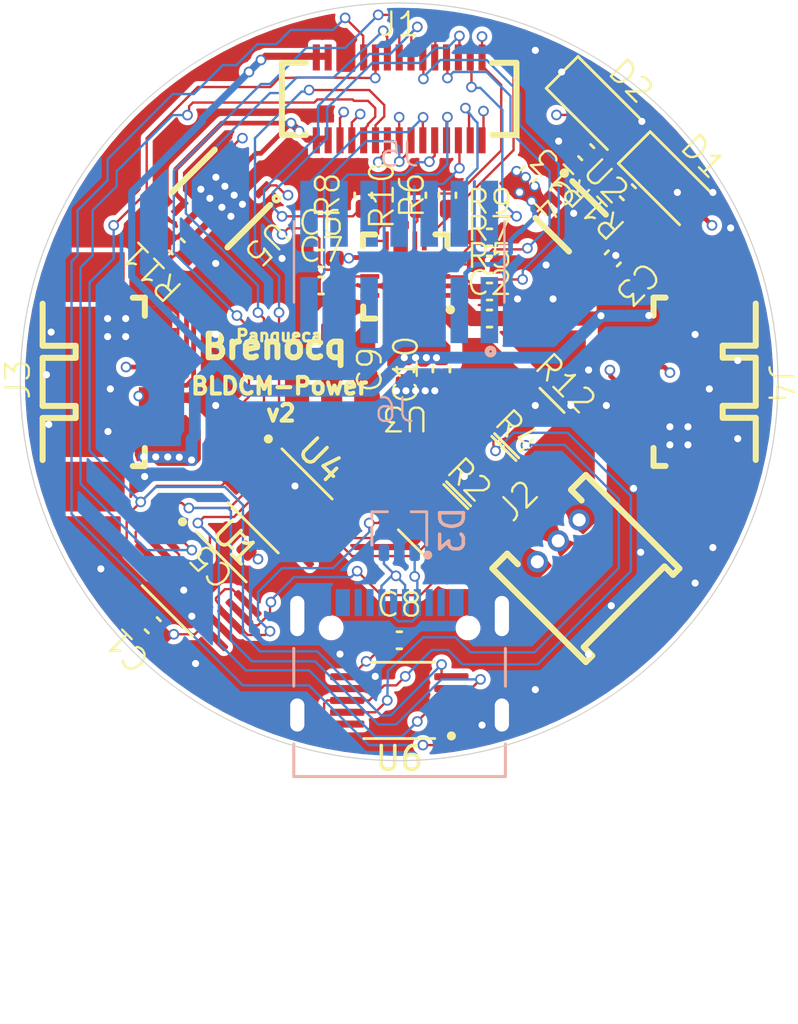
<source format=kicad_pcb>
(kicad_pcb (version 20241229) (generator "pcbnew") (generator_version "9.0")
  (layers (0 "F.Cu" signal "Top Layer") (4 "In1.Cu" signal "Layer 1") (6 "In2.Cu" signal "Layer 2") (2 "B.Cu" signal "Bottom Layer") (13 "F.Paste" user "Top Paste") (15 "B.Paste" user "Bottom Paste") (5 "F.SilkS" user "Top Overlay") (7 "B.SilkS" user "Bottom Overlay") (1 "F.Mask" user "Top Solder") (3 "B.Mask" user "Bottom Solder") (25 "Edge.Cuts" user))
  (property "SHEETTOTAL" "2")
  (net 0 "")
  (net 7 "VIN")
  (net 8 "GND")
  (net 9 "3.3V")
  (net 10 "Net-(U3-VCP)")
  (net 11 "Net-(U3-1.8VOUT)")
  (net 12 "/VOLT")
  (net 13 "/USB.DN")
  (net 14 "/USB.DP")
  (net 15 "/VCP.TX")
  (net 16 "/CAN.TX")
  (net 17 "/VCP.RX")
  (net 18 "/SWCLK")
  (net 19 "/INA.PICO")
  (net 20 "/TMC.WL")
  (net 21 "/TMC.UL")
  (net 22 "/INA.POCI")
  (net 23 "/CAN.RX")
  (net 24 "/TMC.DIAG")
  (net 25 "/INA.CS1")
  (net 26 "/INA.CS0")
  (net 27 "/TMC.VH")
  (net 28 "/INA.CS2")
  (net 29 "/SWDIO")
  (net 30 "/RST")
  (net 31 "/INA.CLK")
  (net 32 "/TMC.VL")
  (net 33 "/SWO")
  (net 34 "/TMC.UH")
  (net 35 "/TMC.WH")
  (net 36 "/TMC.U.OUT")
  (net 37 "/TMC.W.OUT")
  (net 38 "/TMC.V.OUT")
  (net 39 "/CAN.DN")
  (net 40 "/CAN.DP")
  (net 51 "/TMC.U.IN")
  (net 52 "/TMC.V.IN")
  (net 56 "/TMC.W.IN")
  (footprint "BrenoCQ:R_0402" (layer "F.Cu") (at 158.1581 96.9976 135)
    (property "Reference" "R1")
    (property "Value" "20K")
  )
  (footprint "BrenoCQ:SOD-123" (layer "F.Cu") (at 160.0631 96.7436 -45)
    (property "Reference" "D1")
    (property "Value" "B0520LW")
  )
  (footprint "BrenoCQ:C_0402" (layer "F.Cu") (at 152.3161 102.3316)
    (property "Reference" "C2")
    (property "Value" "100nF")
  )
  (footprint "BrenoCQ:VSSOP-10" (layer "F.Cu") (at 139.84287 113.53483 -45)
    (property "Reference" "U1")
    (property "Value" "INA239-Q1")
  )
  (footprint "BrenoCQ:C_0402" (layer "F.Cu") (at 153.9671 96.2356 -135)
    (property "Reference" "C4")
    (property "Value" "4.7uF")
  )
  (footprint "BrenoCQ:C_0402" (layer "F.Cu") (at 148.7601 104.4906 90)
    (property "Reference" "C9")
    (property "Value" "10uF")
  )
  (footprint "BrenoCQ:C_0402" (layer "F.Cu") (at 148.5061 115.9206)
    (property "Reference" "C8")
    (property "Value" "100nF")
  )
  (footprint "BrenoCQ:53048-0310" (layer "F.Cu") (at 155.2186 111.7211 45)
    (property "Reference" "J2")
    (property "Value" "53048-0310")
  )
  (footprint "BrenoCQ:R_1210" (layer "F.Cu") (at 151.9351 108.8086 -45)
    (property "Reference" "R4")
    (property "Value" "150m")
  )
  (footprint "BrenoCQ:R_0402" (layer "F.Cu") (at 152.3161 101.1886)
    (property "Reference" "R5")
    (property "Value" "100K")
  )
  (footprint "BrenoCQ:R_0402" (layer "F.Cu") (at 150.5381 97.1246 90)
    (property "Reference" "R6")
    (property "Value" "100K")
  )
  (footprint "BrenoCQ:C_0402" (layer "F.Cu") (at 138.0921 115.2856 135)
    (property "Reference" "C1")
    (property "Value" "100nF")
  )
  (footprint "BrenoCQ:VSSOP-10" (layer "F.Cu") (at 148.5061 118.4606 180)
    (property "Reference" "U6")
    (property "Value" "INA239-Q1")
  )
  (footprint "BrenoCQ:R_0402" (layer "F.Cu") (at 139.1081 99.2836 135)
    (property "Reference" "R11")
    (property "Value" "120")
  )
  (footprint "BrenoCQ:53261-0471" (layer "F.Cu") (at 159.5011 105.0036 -90)
    (property "Reference" "J4")
    (property "Value" "53261-0471")
  )
  (footprint "BrenoCQ:VSSOP-10" (layer "F.Cu") (at 143.47141 110.03329 -45)
    (property "Reference" "U4")
    (property "Value" "INA239-Q1")
  )
  (footprint "BrenoCQ:R_0402" (layer "F.Cu") (at 149.2681 97.1246 90)
    (property "Reference" "R10")
    (property "Value" "100K")
  )
  (footprint "BrenoCQ:R_0402" (layer "F.Cu") (at 156.4011 95.3036 135)
    (property "Reference" "R13")
    (property "Value" "10K")
  )
  (footprint "BrenoCQ:C_0402" (layer "F.Cu") (at 145.2041 99.7916)
    (property "Reference" "C6")
    (property "Value" "100nF")
  )
  (footprint "BrenoCQ:R_0402" (layer "F.Cu") (at 152.3161 98.9026)
    (property "Reference" "R9")
    (property "Value" "100K")
  )
  (footprint "BrenoCQ:R_1210" (layer "F.Cu") (at 153.9671 106.7766 -45)
    (property "Reference" "R12")
    (property "Value" "150m")
  )
  (footprint "BrenoCQ:R_0402" (layer "F.Cu") (at 146.9821 97.1246 90)
    (property "Reference" "R8")
    (property "Value" "100K")
  )
  (footprint "BrenoCQ:VSON-8" (layer "F.Cu") (at 141.0131 97.2516 -135)
    (property "Reference" "U5")
    (property "Value" "TCAN1462")
  )
  (footprint "BrenoCQ:R_1210" (layer "F.Cu") (at 149.9031 110.8406 -45)
    (property "Reference" "R2")
    (property "Value" "150m")
  )
  (footprint "BrenoCQ:DFN-6-2x2" (layer "F.Cu") (at 155.7451 98.0136 -45)
    (property "Reference" "U2")
    (property "Value" "LDL212PV33R")
  )
  (footprint "BrenoCQ:C_0402" (layer "F.Cu") (at 157.5231 99.7916 -135)
    (property "Reference" "C3")
    (property "Value" "1uF")
  )
  (footprint "BrenoCQ:C_0402" (layer "F.Cu") (at 150.2841 104.4906 90)
    (property "Reference" "C10")
    (property "Value" "100nF")
  )
  (footprint "BrenoCQ:R_0402" (layer "F.Cu") (at 152.3161 100.0456)
    (property "Reference" "R7")
    (property "Value" "100K")
  )
  (footprint "BrenoCQ:C_0402" (layer "F.Cu") (at 145.2041 100.9346)
    (property "Reference" "C7")
    (property "Value" "100nF")
  )
  (footprint "BrenoCQ:501920-3001" (layer "F.Cu") (at 148.5011 93.0036)
    (property "Reference" "J1")
    (property "Value" "501920-3001")
  )
  (footprint "BrenoCQ:QFN-20" (layer "F.Cu") (at 148.76018 100.55352 180)
    (property "Reference" "U3")
    (property "Value" "TMC6300-LA")
  )
  (footprint "BrenoCQ:SOD-123" (layer "F.Cu") (at 157.0151 93.5686 -45)
    (property "Reference" "D2")
    (property "Value" "B0520LW")
  )
  (footprint "BrenoCQ:C_0402" (layer "F.Cu") (at 141.6481 111.7296 135)
    (property "Reference" "C5")
    (property "Value" "100nF")
  )
  (footprint "BrenoCQ:53261-0471" (layer "F.Cu") (at 137.5011 105.0036 90)
    (property "Reference" "J3")
    (property "Value" "53261-0471")
  )
  (footprint "BrenoCQ:SOT-323" (layer "B.Cu") (at 148.5061 111.2216 90)
    (property "Reference" "D3")
    (property "Value" "ESDA25W")
  )
  (footprint "BrenoCQ:FTSH-107-01-L-DV-K-TR" (layer "B.Cu") (at 148.5011 100.0036 180)
    (property "Reference" "J5")
    (property "Value" "FTSH-107-01-L-DV-K")
  )
  (footprint "BrenoCQ:12402012E212A" (layer "B.Cu") (at 148.5011 119.0956 180)
    (property "Reference" "J6")
    (property "Value" "12402012E212A")
  )
  (gr_arc (start 148.5011 121.0036) (mid 137.187392 116.317308) (end 132.5011 105.0036) (stroke (width 0.05)) (layer "Edge.Cuts"))
  (gr_arc (start 132.5011 105.0036) (mid 137.187392 93.689892) (end 148.5011 89.0036) (stroke (width 0.05)) (layer "Edge.Cuts"))
  (gr_arc (start 148.5011 89.0036) (mid 159.814808 93.689892) (end 164.5011 105.0036) (stroke (width 0.05)) (layer "Edge.Cuts"))
  (gr_arc (start 164.5011 105.0036) (mid 159.814808 116.317308) (end 148.5011 121.0036) (stroke (width 0.05)) (layer "Edge.Cuts"))
  (gr_text "Panqueca" (at 141.5441 103.34624 360) (layer "F.SilkS") (effects (font (size 0.5 0.5)) (justify left bottom)))
  (gr_text "BLDCM-Power" (at 139.6161 105.59235 360) (layer "F.SilkS") (effects (font (size 0.7 0.7) (thickness 0.254)) (justify left bottom)))
  (gr_text "v2" (at 142.7911 106.73535 360) (layer "F.SilkS") (effects (font (size 0.7 0.7) (thickness 0.254)) (justify left bottom)))
  (gr_text_box "Brenocq" (start 139.6531 102.98356) (end 146.82562 104.82446) (margins 0 0 0 0) (layer "F.SilkS") (effects (font (size 1 1) (thickness 0.254)) (justify top)) (border no) (stroke (width 0.1)))
  (segment (start 158.51165 97.35115) (end 159.1741 98.0136) (width 0.4) (layer "F.Cu") (net 7))
  (segment (start 142.1561 91.9176) (end 142.6641 91.4096) (width 0.3) (layer "F.Cu") (net 7))
  (segment (start 142.6641 91.4096) (end 142.70469 91.4096) (width 0.3) (layer "F.Cu") (net 7))
  (segment (start 156.9516 98.2676) (end 157.59521 98.2676) (width 0.4) (layer "F.Cu") (net 7))
  (segment (start 159.0471 102.2046) (end 159.1741 102.0776) (width 0.4) (layer "F.Cu") (net 7))
  (segment (start 142.1561 91.9176) (end 142.1561 91.9176) (width 0.3) (layer "F.Cu") (net 7))
  (segment (start 159.1741 102.0776) (end 159.1741 98.0136) (width 0.4) (layer "F.Cu") (net 7))
  (segment (start 157.1421 102.09728) (end 157.1421 100.4266) (width 0.6) (layer "F.Cu") (net 7))
  (segment (start 156.90779 102.3316) (end 157.02494 102.21444) (width 0.6) (layer "F.Cu") (net 7))
  (segment (start 142.6641 91.4096) (end 142.6641 91.4096) (width 0.3) (layer "F.Cu") (net 7))
  (segment (start 142.70469 91.4096) (end 142.86077 91.25352) (width 0.3) (layer "F.Cu") (net 7))
  (segment (start 155.9991 99.2836) (end 157.1421 100.4266) (width 0.6) (layer "F.Cu") (net 7))
  (segment (start 157.59521 98.2676) (end 158.51165 97.35115) (width 0.4) (layer "F.Cu") (net 7))
  (segment (start 152.8161 102.3316) (end 156.90779 102.3316) (width 0.6) (layer "F.Cu") (net 7))
  (segment (start 157.02494 102.21444) (end 157.1421 102.09728) (width 0.6) (layer "F.Cu") (net 7))
  (segment (start 142.86077 91.25352) (end 145.50118 91.25352) (width 0.3) (layer "F.Cu") (net 7))
  (via (at 139.21328 108.18875) (size 0.45) (drill 0.3) (layers "F.Cu" "B.Cu") (net 7))
  (via (at 138.72509 108.17802) (size 0.45) (drill 0.3) (layers "F.Cu" "B.Cu") (net 7))
  (via (at 148.71713 103.981) (size 0.45) (drill 0.3) (layers "F.Cu" "B.Cu") (net 7))
  (via (at 150.07724 103.98631) (size 0.45) (drill 0.3) (layers "F.Cu" "B.Cu") (net 7))
  (via (at 149.6491 103.9826) (size 0.45) (drill 0.3) (layers "F.Cu" "B.Cu") (net 7))
  (via (at 138.2191 108.1736) (size 0.45) (drill 0.3) (layers "F.Cu" "B.Cu") (net 7))
  (via (at 149.19312 103.9826) (size 0.45) (drill 0.3) (layers "F.Cu" "B.Cu") (net 7))
  (via (at 159.0471 102.2046) (size 0.45) (drill 0.3) (layers "F.Cu" "B.Cu") (net 7))
  (via (at 142.6641 91.4096) (size 0.45) (drill 0.3) (layers "F.Cu" "B.Cu") (net 7))
  (via (at 142.1561 91.9176) (size 0.45) (drill 0.3) (layers "F.Cu" "B.Cu") (net 7))
  (via (at 137.7111 108.1736) (size 0.45) (drill 0.3) (layers "F.Cu" "B.Cu") (net 7))
  (via (at 157.02494 102.21444) (size 0.45) (drill 0.3) (layers "F.Cu" "B.Cu") (net 7))
  (via (at 139.73326 108.3056) (size 0.45) (drill 0.3) (layers "F.Cu" "B.Cu") (net 7))
  (segment (start 148.7601 103.9826) (end 148.78611 103.9826) (width 0.5) (layer "B.Cu") (net 7))
  (segment (start 139.7431 107.4116) (end 139.8701 107.2846) (width 0.5) (layer "B.Cu") (net 7))
  (segment (start 139.60126 108.1736) (end 139.73326 108.3056) (width 0.5) (layer "B.Cu") (net 7))
  (segment (start 137.7111 108.1736) (end 139.60126 108.1736) (width 0.5) (layer "B.Cu") (net 7))
  (segment (start 139.8701 107.2846) (end 139.8701 105.12552) (width 0.5) (layer "B.Cu") (net 7))
  (segment (start 140.18888 93.99848) (end 140.18888 93.88482) (width 0.3) (layer "B.Cu") (net 7))
  (segment (start 138.6001 101.9506) (end 140.82256 104.17306) (width 0.3) (layer "B.Cu") (net 7))
  (segment (start 149.60014 103.9826) (end 150.2761 103.9826) (width 0.5) (layer "B.Cu") (net 7))
  (segment (start 139.73326 108.3056) (end 139.73326 107.42144) (width 0.5) (layer "B.Cu") (net 7))
  (segment (start 157.02494 102.21444) (end 159.03726 102.21444) (width 0.5) (layer "B.Cu") (net 7))
  (segment (start 155.25679 103.9826) (end 157.02494 102.21444) (width 0.5) (layer "B.Cu") (net 7))
  (segment (start 147.3631 105.3796) (end 148.7601 103.9826) (width 0.5) (layer "B.Cu") (net 7))
  (segment (start 148.78611 103.9826) (end 149.19312 103.9826) (width 0.5) (layer "B.Cu") (net 7))
  (segment (start 140.18888 93.88482) (end 142.1561 91.9176) (width 0.3) (layer "B.Cu") (net 7))
  (segment (start 139.8701 105.12552) (end 140.82256 104.17306) (width 0.5) (layer "B.Cu") (net 7))
  (segment (start 137.2031 100.5536) (end 138.6001 101.9506) (width 0.3) (layer "B.Cu") (net 7))
  (segment (start 150.07352 103.9826) (end 150.07724 103.98631) (width 0.5) (layer "B.Cu") (net 7))
  (segment (start 159.03726 102.21444) (end 159.0471 102.2046) (width 0.5) (layer "B.Cu") (net 7))
  (segment (start 142.1561 91.9176) (end 142.6641 91.4096) (width 0.3) (layer "B.Cu") (net 7))
  (segment (start 148.78611 103.9826) (end 149.60014 103.9826) (width 0.5) (layer "B.Cu") (net 7))
  (segment (start 149.60014 103.9826) (end 149.6491 103.9826) (width 0.5) (layer "B.Cu") (net 7))
  (segment (start 149.60014 103.9826) (end 155.25679 103.9826) (width 0.5) (layer "B.Cu") (net 7))
  (segment (start 137.2031 100.5536) (end 137.2031 96.98426) (width 0.3) (layer "B.Cu") (net 7))
  (segment (start 142.6641 91.4096) (end 142.6641 91.4096) (width 0.3) (layer "B.Cu") (net 7))
  (segment (start 150.2761 103.9826) (end 150.2841 103.9906) (width 0.5) (layer "B.Cu") (net 7))
  (segment (start 142.0291 105.3796) (end 147.3631 105.3796) (width 0.5) (layer "B.Cu") (net 7))
  (segment (start 142.1561 91.9176) (end 142.1561 91.9176) (width 0.3) (layer "B.Cu") (net 7))
  (segment (start 149.60014 103.9826) (end 150.07352 103.9826) (width 0.5) (layer "B.Cu") (net 7))
  (segment (start 137.2031 96.98426) (end 140.18888 93.99848) (width 0.3) (layer "B.Cu") (net 7))
  (segment (start 139.73326 107.42144) (end 139.7431 107.4116) (width 0.5) (layer "B.Cu") (net 7))
  (segment (start 140.82256 104.17306) (end 142.0291 105.3796) (width 0.5) (layer "B.Cu") (net 7))
  (segment (start 140.64187 99.00169) (end 141.18988 98.45368) (width 0.2) (layer "F.Cu") (net 8))
  (segment (start 157.6501 99.6646) (end 158.05343 99.26127) (width 0.2) (layer "F.Cu") (net 8))
  (segment (start 137.73855 114.93205) (end 137.7739 114.89669) (width 0.1) (layer "F.Cu") (net 8))
  (segment (start 148.43951 116.62218) (end 148.4981 116.5636) (width 0.1) (layer "F.Cu") (net 8))
  (segment (start 147.25275 117.80895) (end 147.4901 117.52744) (width 0.1) (layer "F.Cu") (net 8))
  (segment (start 153.3321 98.9026) (end 153.4591 98.7756) (width 0.2) (layer "F.Cu") (net 8))
  (segment (start 147.2601 100.9536) (end 148.3601 100.9536) (width 0.2) (layer "F.Cu") (net 8))
  (segment (start 148.3601 100.9536) (end 148.7601 100.5536) (width 0.2) (layer "F.Cu") (net 8))
  (segment (start 152.8161 98.9026) (end 153.3321 98.9026) (width 0.2) (layer "F.Cu") (net 8))
  (segment (start 143.5531 99.79456) (end 143.5531 99.7916) (width 0.2) (layer "F.Cu") (net 8))
  (segment (start 140.90359 115.44407) (end 141.04501 115.44407) (width 0.1) (layer "F.Cu") (net 8))
  (segment (start 149.5601 102.0536) (end 149.5601 101.3536) (width 0.2) (layer "F.Cu") (net 8))
  (segment (start 141.0131 97.2516) (end 141.18988 97.42838) (width 0.2) (layer "F.Cu") (net 8))
  (segment (start 141.60504 97.11929) (end 142.30357 96.42075) (width 0.2) (layer "F.Cu") (net 8))
  (segment (start 153.2781 101.3886) (end 153.4591 101.5696) (width 0.2) (layer "F.Cu") (net 8))
  (segment (start 152.9661 101.3886) (end 153.2781 101.3886) (width 0.2) (layer "F.Cu") (net 8))
  (segment (start 137.7739 114.89669) (end 140.35621 114.89669) (width 0.1) (layer "F.Cu") (net 8))
  (segment (start 155.18927 94.88643) (end 155.2371 94.8386) (width 0.2) (layer "F.Cu") (net 8))
  (segment (start 146.31402 117.9526) (end 147.1091 117.9526) (width 0.1) (layer "F.Cu") (net 8))
  (segment (start 155.00543 96.21327) (end 155.19709 96.40492) (width 0.2) (layer "F.Cu") (net 8))
  (segment (start 141.29455 111.37605) (end 141.3299 111.34069) (width 0.1) (layer "F.Cu") (net 8))
  (segment (start 144.06321 100.30467) (end 144.6961 99.67177) (width 0.2) (layer "F.Cu") (net 8))
  (segment (start 141.53122 97.11929) (end 141.60504 97.11929) (width 0.2) (layer "F.Cu") (net 8))
  (segment (start 141.0131 97.2516) (end 141.14541 97.11929) (width 0.2) (layer "F.Cu") (net 8))
  (segment (start 148.3601 99.0536) (end 148.3601 98.7536) (width 0.2) (layer "F.Cu") (net 8))
  (segment (start 147.1091 117.9526) (end 147.25275 117.80895) (width 0.1) (layer "F.Cu") (net 8))
  (segment (start 149.0061 115.9706) (end 149.0061 115.9206) (width 0.1) (layer "F.Cu") (net 8))
  (segment (start 148.7601 100.5536) (end 149.5601 101.3536) (width 0.2) (layer "F.Cu") (net 8))
  (segment (start 148.4981 116.4286) (end 148.7561 116.1706) (width 0.1) (layer "F.Cu") (net 8))
  (segment (start 154.7061 100.0686) (end 154.7291 100.0456) (width 0.2) (layer "F.Cu") (net 8))
  (segment (start 148.8061 116.1706) (end 149.0061 115.9706) (width 0.1) (layer "F.Cu") (net 8))
  (segment (start 152.8161 101.2386) (end 152.8161 101.1886) (width 0.2) (layer "F.Cu") (net 8))
  (segment (start 141.18988 98.45368) (end 141.18988 97.42838) (width 0.2) (layer "F.Cu") (net 8))
  (segment (start 155.18927 95.01343) (end 155.18927 94.88643) (width 0.2) (layer "F.Cu") (net 8))
  (segment (start 146.94322 96.54756) (end 147.02026 96.6246) (width 0.2) (layer "F.Cu") (net 8))
  (segment (start 156.11819 95.0284) (end 156.15355 94.99305) (width 0.2) (layer "F.Cu") (net 8))
  (segment (start 147.02026 96.6246) (end 149.2681 96.6246) (width 0.2) (layer "F.Cu") (net 8))
  (segment (start 149.2681 96.6246) (end 150.5381 96.6246) (width 0.2) (layer "F.Cu") (net 8))
  (segment (start 148.3601 100.1536) (end 148.3601 99.0536) (width 0.2) (layer "F.Cu") (net 8))
  (segment (start 155.80874 97.82296) (end 155.80874 97.37013) (width 0.2) (layer "F.Cu") (net 8))
  (segment (start 154.49743 95.70527) (end 154.49743 95.70527) (width 0.2) (layer "F.Cu") (net 8))
  (segment (start 141.14541 97.11929) (end 141.53122 97.11929) (width 0.2) (layer "F.Cu") (net 8))
  (segment (start 148.7601 99.0536) (end 148.7601 98.7756) (width 0.2) (layer "F.Cu") (net 8))
  (segment (start 155.3641 91.9176) (end 155.90141 92.45491) (width 0.2) (layer "F.Cu") (net 8))
  (segment (start 154.49743 95.70527) (end 155.00543 96.21327) (width 0.2) (layer "F.Cu") (net 8))
  (segment (start 140.35621 114.89669) (end 140.90359 115.44407) (width 0.1) (layer "F.Cu") (net 8))
  (segment (start 148.3601 100.1536) (end 148.7601 100.5536) (width 0.2) (layer "F.Cu") (net 8))
  (segment (start 155.49455 95.0284) (end 156.11819 95.0284) (width 0.2) (layer "F.Cu") (net 8))
  (segment (start 154.6831 100.0916) (end 154.7061 100.0686) (width 0.2) (layer "F.Cu") (net 8))
  (segment (start 155.19709 96.75848) (end 155.19709 96.40492) (width 0.2) (layer "F.Cu") (net 8))
  (segment (start 147.9601 102.0536) (end 147.9601 101.3536) (width 0.2) (layer "F.Cu") (net 8))
  (segment (start 147.9601 101.3536) (end 148.3601 100.9536) (width 0.2) (layer "F.Cu") (net 8))
  (segment (start 142.30357 96.42075) (end 142.30358 96.42075) (width 0.2) (layer "F.Cu") (net 8))
  (segment (start 148.4981 116.5636) (end 148.4981 116.4286) (width 0.1) (layer "F.Cu") (net 8))
  (segment (start 152.8161 101.2386) (end 152.9661 101.3886) (width 0.2) (layer "F.Cu") (net 8))
  (segment (start 148.7561 116.1706) (end 148.8061 116.1706) (width 0.1) (layer "F.Cu") (net 8))
  (segment (start 152.8161 100.0456) (end 153.43134 100.0456) (width 0.2) (layer "F.Cu") (net 8))
  (segment (start 147.4901 117.4446) (end 148.43951 116.62218) (width 0.1) (layer "F.Cu") (net 8))
  (segment (start 144.63979 111.94253) (end 144.67356 111.94253) (width 0.1) (layer "F.Cu") (net 8))
  (segment (start 155.19709 96.75848) (end 155.80874 97.37013) (width 0.2) (layer "F.Cu") (net 8))
  (segment (start 144.03795 111.34069) (end 144.63979 111.94253) (width 0.1) (layer "F.Cu") (net 8))
  (segment (start 155.7451 98.0136) (end 155.8721 97.8866) (width 0.2) (layer "F.Cu") (net 8))
  (segment (start 144.6961 99.7836) (end 144.7041 99.7916) (width 0.2) (layer "F.Cu") (net 8))
  (segment (start 155.30475 94.8386) (end 155.49455 95.0284) (width 0.2) (layer "F.Cu") (net 8))
  (segment (start 148.7601 100.5536) (end 148.7601 99.0536) (width 0.2) (layer "F.Cu") (net 8))
  (segment (start 153.47734 100.0916) (end 154.6831 100.0916) (width 0.2) (layer "F.Cu") (net 8))
  (segment (start 155.2371 94.8386) (end 155.30475 94.8386) (width 0.2) (layer "F.Cu") (net 8))
  (segment (start 141.3299 111.34069) (end 144.03795 111.34069) (width 0.1) (layer "F.Cu") (net 8))
  (segment (start 144.7041 100.9346) (end 144.7041 100.8846) (width 0.2) (layer "F.Cu") (net 8))
  (segment (start 144.6961 99.7836) (end 144.6961 99.67177) (width 0.2) (layer "F.Cu") (net 8))
  (segment (start 140.64187 99.00169) (end 140.64187 99.00169) (width 0.2) (layer "F.Cu") (net 8))
  (segment (start 154.49743 95.70527) (end 154.49743 95.70527) (width 0.2) (layer "F.Cu") (net 8))
  (segment (start 140.63099 114.90349) (end 141.04501 115.44407) (width 0.1) (layer "F.Cu") (net 8))
  (segment (start 153.43134 100.0456) (end 153.47734 100.0916) (width 0.2) (layer "F.Cu") (net 8))
  (segment (start 154.49743 95.70527) (end 155.18927 95.01343) (width 0.2) (layer "F.Cu") (net 8))
  (segment (start 143.5531 99.79456) (end 144.06321 100.30467) (width 0.2) (layer "F.Cu") (net 8))
  (segment (start 155.7451 97.8866) (end 155.80874 97.82296) (width 0.2) (layer "F.Cu") (net 8))
  (segment (start 147.4901 117.52744) (end 147.4901 117.4446) (width 0.1) (layer "F.Cu") (net 8))
  (segment (start 155.7451 98.0136) (end 155.7451 97.8866) (width 0.2) (layer "F.Cu") (net 8))
  (segment (start 144.12417 100.30467) (end 144.7041 100.8846) (width 0.2) (layer "F.Cu") (net 8))
  (segment (start 144.06321 100.30467) (end 144.12417 100.30467) (width 0.2) (layer "F.Cu") (net 8))
  (via (at 161.75108 97.00361) (size 0.4) (drill 0.3) (layers "F.Cu" "B.Cu") (net 8))
  (via (at 141.53122 97.11929) (size 0.45) (drill 0.3) (layers "F.Cu" "B.Cu") (net 8))
  (via (at 154.25109 106.00361) (size 0.4) (drill 0.3) (layers "F.Cu" "B.Cu") (net 8))
  (via (at 133.7011 106.8036) (size 0.4) (drill 0.3) (layers "F.Cu" "B.Cu") (net 8))
  (via (at 136.1871 103.0936) (size 0.45) (drill 0.3) (layers "F.Cu" "B.Cu") (net 8))
  (via (at 149.60014 105.3811) (size 0.45) (drill 0.3) (layers "F.Cu" "B.Cu") (net 8))
  (via (at 133.6011 104.7036) (size 0.4) (drill 0.3) (layers "F.Cu" "B.Cu") (net 8))
  (via (at 154.25109 118.00361) (size 0.4) (drill 0.3) (layers "F.Cu" "B.Cu") (net 8))
  (via (at 159.9361 106.9036) (size 0.45) (drill 0.3) (layers "F.Cu" "B.Cu") (net 8))
  (via (at 155.3641 91.9176) (size 0.45) (drill 0.3) (layers "F.Cu" "B.Cu") (net 8))
  (via (at 140.5051 97.2516) (size 0.45) (drill 0.3) (layers "F.Cu" "B.Cu") (net 8))
  (via (at 136.1871 102.3316) (size 0.45) (drill 0.3) (layers "F.Cu" "B.Cu") (net 8))
  (via (at 153.50109 101.50361) (size 0.4) (drill 0.3) (layers "F.Cu" "B.Cu") (net 8))
  (via (at 140.75109 106.00361) (size 0.4) (drill 0.3) (layers "F.Cu" "B.Cu") (net 8))
  (via (at 155.00109 101.50361) (size 0.4) (drill 0.3) (layers "F.Cu" "B.Cu") (net 8))
  (via (at 160.6981 107.6656) (size 0.45) (drill 0.3) (layers "F.Cu" "B.Cu") (net 8))
  (via (at 152.00109 119.50361) (size 0.4) (drill 0.3) (layers "F.Cu" "B.Cu") (net 8))
  (via (at 141.1401 96.7436) (size 0.45) (drill 0.3) (layers "F.Cu" "B.Cu") (net 8))
  (via (at 156.50109 116.50361) (size 0.4) (drill 0.3) (layers "F.Cu" "B.Cu") (net 8))
  (via (at 157.459299 114.461799) (size 0.4) (drill 0.3) (layers "F.Cu" "B.Cu") (net 8))
  (via (at 161.6011 105.3036) (size 0.4) (drill 0.3) (layers "F.Cu" "B.Cu") (net 8))
  (via (at 140.7591 96.3626) (size 0.45) (drill 0.3) (layers "F.Cu" "B.Cu") (net 8))
  (via (at 141.0131 97.6326) (size 0.45) (drill 0.3) (layers "F.Cu" "B.Cu") (net 8))
  (via (at 133.8011 102.9036) (size 0.4) (drill 0.3) (layers "F.Cu" "B.Cu") (net 8))
  (via (at 136.9491 103.0936) (size 0.45) (drill 0.3) (layers "F.Cu" "B.Cu") (net 8))
  (via (at 139.7431 114.9046) (size 0.45) (drill 0.3) (layers "F.Cu" "B.Cu") (net 8))
  (via (at 162.8011 104.1036) (size 0.4) (drill 0.3) (layers "F.Cu" "B.Cu") (net 8))
  (via (at 141.8811 97.5056) (size 0.45) (drill 0.3) (layers "F.Cu" "B.Cu") (net 8))
  (via (at 140.75109 103.00361) (size 0.4) (drill 0.3) (layers "F.Cu" "B.Cu") (net 8))
  (via (at 156.50109 104.50361) (size 0.4) (drill 0.3) (layers "F.Cu" "B.Cu") (net 8))
  (via (at 159.9361 107.6656) (size 0.45) (drill 0.3) (layers "F.Cu" "B.Cu") (net 8))
  (via (at 136.3011 105.3036) (size 0.4) (drill 0.3) (layers "F.Cu" "B.Cu") (net 8))
  (via (at 150.00715 105.3811) (size 0.45) (drill 0.3) (layers "F.Cu" "B.Cu") (net 8))
  (via (at 143.5531 99.7916) (size 0.45) (drill 0.3) (layers "F.Cu" "B.Cu") (net 8))
  (via (at 151.25109 109.00361) (size 0.4) (drill 0.3) (layers "F.Cu" "B.Cu") (net 8))
  (via (at 158.7011 112.2036) (size 0.4) (drill 0.3) (layers "F.Cu" "B.Cu") (net 8))
  (via (at 162.50108 98.50361) (size 0.4) (drill 0.3) (layers "F.Cu" "B.Cu") (net 8))
  (via (at 160.25108 97.00361) (size 0.4) (drill 0.3) (layers "F.Cu" "B.Cu") (net 8))
  (via (at 146.00109 116.50361) (size 0.4) (drill 0.3) (layers "F.Cu" "B.Cu") (net 8))
  (via (at 161.75108 112.00361) (size 0.4) (drill 0.3) (layers "F.Cu" "B.Cu") (net 8))
  (via (at 162.8011 107.4036) (size 0.4) (drill 0.3) (layers "F.Cu" "B.Cu") (net 8))
  (via (at 161.00108 113.50361) (size 0.4) (drill 0.3) (layers "F.Cu" "B.Cu") (net 8))
  (via (at 155.8721 97.8866) (size 0.45) (drill 0.3) (layers "F.Cu" "B.Cu") (net 8))
  (via (at 136.2011 107.1036) (size 0.4) (drill 0.3) (layers "F.Cu" "B.Cu") (net 8))
  (via (at 139.4011 113.8036) (size 0.4) (drill 0.3) (layers "F.Cu" "B.Cu") (net 8))
  (via (at 154.7061 100.0686) (size 0.45) (drill 0.3) (layers "F.Cu" "B.Cu") (net 8))
  (via (at 155.75108 106.00361) (size 0.4) (drill 0.3) (layers "F.Cu" "B.Cu") (net 8))
  (via (at 144.1011 109.4036) (size 0.4) (drill 0.3) (layers "F.Cu" "B.Cu") (net 8))
  (via (at 158.75108 94.00362) (size 0.4) (drill 0.3) (layers "F.Cu" "B.Cu") (net 8))
  (via (at 140.1241 96.8706) (size 0.45) (drill 0.3) (layers "F.Cu" "B.Cu") (net 8))
  (via (at 148.78611 105.3811) (size 0.45) (drill 0.3) (layers "F.Cu" "B.Cu") (net 8))
  (via (at 161.0011 103.0036) (size 0.4) (drill 0.3) (layers "F.Cu" "B.Cu") (net 8))
  (via (at 149.19312 105.3811) (size 0.45) (drill 0.3) (layers "F.Cu" "B.Cu") (net 8))
  (via (at 147.4901 117.4446) (size 0.45) (drill 0.3) (layers "F.Cu" "B.Cu") (net 8))
  (via (at 158.4011 109.5036) (size 0.4) (drill 0.3) (layers "F.Cu" "B.Cu") (net 8))
  (via (at 140.75109 100.00361) (size 0.4) (drill 0.3) (layers "F.Cu" "B.Cu") (net 8))
  (via (at 157.25108 106.00361) (size 0.4) (drill 0.3) (layers "F.Cu" "B.Cu") (net 8))
  (via (at 136.9491 102.3316) (size 0.45) (drill 0.3) (layers "F.Cu" "B.Cu") (net 8))
  (via (at 135.9011 112.9036) (size 0.4) (drill 0.3) (layers "F.Cu" "B.Cu") (net 8))
  (via (at 157.6501 99.6646) (size 0.45) (drill 0.3) (layers "F.Cu" "B.Cu") (net 8))
  (via (at 141.3941 98.0136) (size 0.45) (drill 0.3) (layers "F.Cu" "B.Cu") (net 8))
  (via (at 154.25109 91.00362) (size 0.4) (drill 0.3) (layers "F.Cu" "B.Cu") (net 8))
  (via (at 139.9011 116.9036) (size 0.4) (drill 0.3) (layers "F.Cu" "B.Cu") (net 8))
  (via (at 160.6981 106.9036) (size 0.45) (drill 0.3) (layers "F.Cu" "B.Cu") (net 8))
  (via (at 137.75109 109.00361) (size 0.4) (drill 0.3) (layers "F.Cu" "B.Cu") (net 8))
  (via (at 148.38583 105.38783) (size 0.45) (drill 0.3) (layers "F.Cu" "B.Cu") (net 8))
  (via (at 155.2371 94.8386) (size 0.45) (drill 0.3) (layers "F.Cu" "B.Cu") (net 8))
  (segment (start 146.37254 99.78136) (end 146.4003 99.7536) (width 0.2) (layer "F.Cu") (net 9))
  (segment (start 143.9341 94.0766) (end 144.61102 94.75352) (width 0.3) (layer "F.Cu") (net 9))
  (segment (start 145.00118 94.75352) (end 145.50118 94.75352) (width 0.3) (layer "F.Cu") (net 9))
  (segment (start 138.9183 115.6038) (end 138.9811 115.6666) (width 0.1) (layer "F.Cu") (net 9))
  (segment (start 142.00165 112.08315) (end 142.12865 112.08315) (width 0.1) (layer "F.Cu") (net 9))
  (segment (start 139.26301 97.62283) (end 139.40337 97.48247) (width 0.2) (layer "F.Cu") (net 9))
  (segment (start 141.0131 94.0766) (end 143.9341 94.0766) (width 0.2) (layer "F.Cu") (net 9))
  (segment (start 146.4003 99.7536) (end 147.2601 99.7536) (width 0.2) (layer "F.Cu") (net 9))
  (segment (start 147.1381 116.8386) (end 148.0061 115.9706) (width 0.1) (layer "F.Cu") (net 9))
  (segment (start 139.86789 115.6666) (end 140.14345 115.39104) (width 0.1) (layer "F.Cu") (net 9))
  (segment (start 146.66781 117.4606) (end 146.76781 117.3606) (width 0.1) (layer "F.Cu") (net 9))
  (segment (start 145.7041 99.7916) (end 145.71434 99.78136) (width 0.2) (layer "F.Cu") (net 9))
  (segment (start 139.06394 97.06526) (end 139.06394 96.02576) (width 0.2) (layer "F.Cu") (net 9))
  (segment (start 143.91341 111.8895) (end 144.32 112.29609) (width 0.1) (layer "F.Cu") (net 9))
  (segment (start 142.44967 95.35349) (end 142.65721 95.35349) (width 0.2) (layer "F.Cu") (net 9))
  (segment (start 144.61102 94.75352) (end 145.00118 94.75352) (width 0.3) (layer "F.Cu") (net 9))
  (segment (start 138.44565 115.63915) (end 138.48101 115.6038) (width 0.1) (layer "F.Cu") (net 9))
  (segment (start 161.17679 97.85729) (end 161.7141 98.3946) (width 0.2) (layer "F.Cu") (net 9))
  (segment (start 148.0061 115.9706) (end 148.0061 115.9206) (width 0.1) (layer "F.Cu") (net 9))
  (segment (start 142.03701 112.0478) (end 143.61369 112.0478) (width 0.1) (layer "F.Cu") (net 9))
  (segment (start 143.61369 112.0478) (end 143.77199 111.8895) (width 0.1) (layer "F.Cu") (net 9))
  (segment (start 143.77199 111.8895) (end 143.91341 111.8895) (width 0.1) (layer "F.Cu") (net 9))
  (segment (start 139.40337 97.48247) (end 139.40337 97.40469) (width 0.2) (layer "F.Cu") (net 9))
  (segment (start 140.14345 115.39104) (end 140.28487 115.39104) (width 0.1) (layer "F.Cu") (net 9))
  (segment (start 141.84394 95.96113) (end 142.26884 95.53623) (width 0.2) (layer "F.Cu") (net 9))
  (segment (start 145.71434 99.78136) (end 146.37254 99.78136) (width 0.2) (layer "F.Cu") (net 9))
  (segment (start 146.76781 117.3606) (end 146.76781 117.15089) (width 0.1) (layer "F.Cu") (net 9))
  (segment (start 138.48101 115.6038) (end 138.9183 115.6038) (width 0.1) (layer "F.Cu") (net 9))
  (segment (start 140.28487 115.39104) (end 140.69146 115.79763) (width 0.1) (layer "F.Cu") (net 9))
  (segment (start 146.30602 117.4606) (end 146.66781 117.4606) (width 0.1) (layer "F.Cu") (net 9))
  (segment (start 139.06394 96.02576) (end 141.0131 94.0766) (width 0.2) (layer "F.Cu") (net 9))
  (segment (start 142.26884 95.53623) (end 142.26884 95.53433) (width 0.2) (layer "F.Cu") (net 9))
  (segment (start 139.06394 97.06526) (end 139.40337 97.40469) (width 0.2) (layer "F.Cu") (net 9))
  (segment (start 142.26884 95.53433) (end 142.44967 95.35349) (width 0.2) (layer "F.Cu") (net 9))
  (segment (start 142.00165 112.08315) (end 142.03701 112.0478) (width 0.1) (layer "F.Cu") (net 9))
  (segment (start 142.12865 112.08315) (end 142.5371 112.4916) (width 0.1) (layer "F.Cu") (net 9))
  (segment (start 138.9811 115.6666) (end 139.86789 115.6666) (width 0.1) (layer "F.Cu") (net 9))
  (segment (start 142.65721 95.35349) (end 143.9341 94.0766) (width 0.2) (layer "F.Cu") (net 9))
  (segment (start 146.76781 117.15089) (end 147.1091 116.8096) (width 0.1) (layer "F.Cu") (net 9))
  (via (at 147.1091 116.8096) (size 0.45) (drill 0.3) (layers "F.Cu" "B.Cu") (net 9))
  (via (at 143.9341 94.0766) (size 0.45) (drill 0.3) (layers "F.Cu" "B.Cu") (net 9))
  (via (at 153.4591 96.1086) (size 0.45) (drill 0.3) (layers "F.Cu" "B.Cu") (net 9))
  (via (at 146.37254 99.78136) (size 0.45) (drill 0.3) (layers "F.Cu" "B.Cu") (net 9))
  (via (at 142.5371 112.4916) (size 0.45) (drill 0.3) (layers "F.Cu" "B.Cu") (net 9))
  (via (at 154.0941 97.3786) (size 0.45) (drill 0.3) (layers "F.Cu" "B.Cu") (net 9))
  (via (at 161.7141 98.3946) (size 0.45) (drill 0.3) (layers "F.Cu" "B.Cu") (net 9))
  (via (at 153.8401 96.3626) (size 0.45) (drill 0.3) (layers "F.Cu" "B.Cu") (net 9))
  (via (at 138.9811 115.6666) (size 0.45) (drill 0.3) (layers "F.Cu" "B.Cu") (net 9))
  (via (at 154.2211 96.7436) (size 0.45) (drill 0.3) (layers "F.Cu" "B.Cu") (net 9))
  (via (at 153.5861 96.9976) (size 0.45) (drill 0.3) (layers "F.Cu" "B.Cu") (net 9))
  (via (at 144.27256 94.41506) (size 0.45) (drill 0.3) (layers "F.Cu" "B.Cu") (net 9))
  (segment (start 153.2051 99.54744) (end 153.2051 99.0296) (width 0.2) (layer "B.Cu") (net 9))
  (segment (start 154.2211 98.07043) (end 154.2211 97.8136) (width 0.2) (layer "B.Cu") (net 9))
  (segment (start 151.31102 101.78851) (end 151.31102 100.41568) (width 0.2) (layer "B.Cu") (net 9))
  (segment (start 151.31102 100.41568) (end 151.6811 100.0456) (width 0.2) (layer "B.Cu") (net 9))
  (segment (start 153.65002 98.64151) (end 154.2211 98.07043) (width 0.2) (layer "B.Cu") (net 9))
  (segment (start 154.14193 97.73443) (end 154.2211 97.8136) (width 0.2) (layer "B.Cu") (net 9))
  (segment (start 152.70694 100.0456) (end 153.2051 99.54744) (width 0.2) (layer "B.Cu") (net 9))
  (segment (start 151.6811 100.0456) (end 152.70694 100.0456) (width 0.2) (layer "B.Cu") (net 9))
  (segment (start 154.14193 97.73443) (end 154.14193 97.42643) (width 0.2) (layer "B.Cu") (net 9))
  (segment (start 153.59319 98.64151) (end 153.65002 98.64151) (width 0.2) (layer "B.Cu") (net 9))
  (segment (start 154.0941 97.3786) (end 154.14193 97.42643) (width 0.2) (layer "B.Cu") (net 9))
  (segment (start 151.04102 102.05851) (end 151.31102 101.78851) (width 0.2) (layer "B.Cu") (net 9))
  (segment (start 153.2051 99.0296) (end 153.59319 98.64151) (width 0.2) (layer "B.Cu") (net 9))
  (segment (start 151.0461 101.5116) (end 151.8161 102.2816) (width 0.3) (layer "F.Cu") (net 10))
  (segment (start 150.2601 100.9536) (end 150.8111 100.9536) (width 0.2) (layer "F.Cu") (net 10))
  (segment (start 150.8111 100.9536) (end 151.0461 101.1886) (width 0.25) (layer "F.Cu") (net 10))
  (segment (start 151.8161 102.3316) (end 151.8161 102.2816) (width 0.3) (layer "F.Cu") (net 10))
  (segment (start 151.0461 101.5116) (end 151.0461 101.1886) (width 0.3) (layer "F.Cu") (net 10))
  (segment (start 145.7041 100.9346) (end 146.2541 100.9346) (width 0.1) (layer "F.Cu") (net 11))
  (segment (start 146.6351 100.5536) (end 147.2601 100.5536) (width 0.1) (layer "F.Cu") (net 11))
  (segment (start 146.2541 100.9346) (end 146.6351 100.5536) (width 0.1) (layer "F.Cu") (net 11))
  (segment (start 159.037795 95.718295) (end 159.037795 95.591295) (width 0.2) (layer "F.Cu") (net 12))
  (segment (start 158.163309 96.592781) (end 159.037795 95.718295) (width 0.2) (layer "F.Cu") (net 12))
  (segment (start 155.14453 93.73002) (end 157.17652 93.73002) (width 0.1) (layer "F.Cu") (net 12))
  (segment (start 152.0621 94.61444) (end 152.0621 93.5686) (width 0.1) (layer "F.Cu") (net 12))
  (segment (start 156.868919 95.708419) (end 157.753281 96.592781) (width 0.2) (layer "F.Cu") (net 12))
  (segment (start 159.037795 95.591295) (end 157.969694 94.523194) (width 0.2) (layer "F.Cu") (net 12))
  (segment (start 152.00118 94.75352) (end 152.10118 94.65352) (width 0.1) (layer "F.Cu") (net 12))
  (segment (start 157.17652 93.73002) (end 157.969694 94.523194) (width 0.1) (layer "F.Cu") (net 12))
  (segment (start 152.0621 94.61444) (end 152.10118 94.65352) (width 0.1) (layer "F.Cu") (net 12))
  (segment (start 156.805919 95.708419) (end 156.868919 95.708419) (width 0.2) (layer "F.Cu") (net 12))
  (segment (start 157.753281 96.592781) (end 158.163309 96.592781) (width 0.2) (layer "F.Cu") (net 12))
  (via (at 155.14453 93.73002) (size 0.45) (drill 0.3) (layers "F.Cu" "B.Cu") (net 12))
  (via (at 152.0621 93.5686) (size 0.45) (drill 0.3) (layers "F.Cu" "B.Cu") (net 12))
  (segment (start 146.50118 94.75352) (end 146.50118 94.04952) (width 0.1016) (layer "F.Cu") (net 13))
  (segment (start 146.50118 94.04952) (end 146.8551 93.6956) (width 0.1016) (layer "F.Cu") (net 13))
  (via (at 149.1561 113.2236) (size 0.45) (drill 0.3) (layers "F.Cu" "B.Cu") (net 13))
  (via (at 146.8551 93.6956) (size 0.45) (drill 0.3) (layers "F.Cu" "B.Cu") (net 13))
  (segment (start 148.46468 115.11718) (end 149.05552 115.11718) (width 0.102) (layer "B.Cu") (net 13))
  (segment (start 149.268478 114.904222) (end 149.268478 113.335978) (width 0.102) (layer "B.Cu") (net 13))
  (segment (start 149.1561 113.2236) (end 149.1561 112.1966) (width 0.102) (layer "B.Cu") (net 13))
  (segment (start 149.05552 115.11718) (end 149.268478 114.904222) (width 0.102) (layer "B.Cu") (net 13))
  (segment (start 148.2511 114.9036) (end 148.46468 115.11718) (width 0.102) (layer "B.Cu") (net 13))
  (segment (start 148.2511 114.3456) (end 148.2511 114.9036) (width 0.102) (layer "B.Cu") (net 13))
  (segment (start 149.268478 113.335978) (end 149.1561 113.2236) (width 0.102) (layer "B.Cu") (net 13))
  (segment (start 146.00118 94.75352) (end 146.00118 93.85606) (width 0.1016) (layer "F.Cu") (net 14))
  (segment (start 146.00118 93.85606) (end 146.15681 93.70044) (width 0.1016) (layer "F.Cu") (net 14))
  (segment (start 146.15681 93.70044) (end 146.15681 93.60616) (width 0.1016) (layer "F.Cu") (net 14))
  (via (at 146.15681 93.60616) (size 0.45) (drill 0.3) (layers "F.Cu" "B.Cu") (net 14))
  (via (at 148.36435 113.19935) (size 0.45) (drill 0.3) (layers "F.Cu" "B.Cu") (net 14))
  (segment (start 148.7511 114.3456) (end 148.7511 113.5861) (width 0.102) (layer "B.Cu") (net 14))
  (segment (start 148.36435 113.19935) (end 147.8561 112.6911) (width 0.102) (layer "B.Cu") (net 14))
  (segment (start 147.7511 113.6276) (end 148.17935 113.19935) (width 0.102) (layer "B.Cu") (net 14))
  (segment (start 148.17935 113.19935) (end 148.36435 113.19935) (width 0.102) (layer "B.Cu") (net 14))
  (segment (start 147.7511 114.3456) (end 147.7511 113.6276) (width 0.102) (layer "B.Cu") (net 14))
  (segment (start 148.36435 113.19935) (end 148.7511 113.5861) (width 0.102) (layer "B.Cu") (net 14))
  (segment (start 147.8561 112.6911) (end 147.8561 112.4216) (width 0.102) (layer "B.Cu") (net 14))
  (segment (start 149.50118 93.84352) (end 149.51164 93.83306) (width 0.1) (layer "F.Cu") (net 15))
  (segment (start 149.51164 93.83306) (end 149.5221 93.8226) (width 0.1) (layer "F.Cu") (net 15))
  (segment (start 149.50118 94.75352) (end 149.50118 93.84352) (width 0.1) (layer "F.Cu") (net 15))
  (via (at 149.51164 93.83306) (size 0.45) (drill 0.3) (layers "F.Cu" "B.Cu") (net 15))
  (segment (start 146.8551 94.4576) (end 148.8871 94.4576) (width 0.1) (layer "B.Cu") (net 15))
  (segment (start 144.69102 97.98851) (end 144.69102 97.50052) (width 0.1) (layer "B.Cu") (net 15))
  (segment (start 144.69251 96.62019) (end 146.8551 94.4576) (width 0.1) (layer "B.Cu") (net 15))
  (segment (start 144.5691 97.3786) (end 144.69102 97.50052) (width 0.1) (layer "B.Cu") (net 15))
  (segment (start 148.8871 94.4576) (end 149.51164 93.83306) (width 0.1) (layer "B.Cu") (net 15))
  (segment (start 147.6171 95.71835) (end 147.6171 95.62364) (width 0.1) (layer "F.Cu") (net 16))
  (segment (start 142.76319 96.88037) (end 142.93643 96.70713) (width 0.1) (layer "F.Cu") (net 16))
  (segment (start 143.31245 96.70713) (end 143.72592 97.1206) (width 0.1) (layer "F.Cu") (net 16))
  (segment (start 142.93643 96.70713) (end 143.31245 96.70713) (width 0.1) (layer "F.Cu") (net 16))
  (segment (start 143.72592 97.1206) (end 143.8071 97.1206) (width 0.1) (layer "F.Cu") (net 16))
  (segment (start 147.82818 95.41256) (end 147.82818 95.32652) (width 0.1) (layer "F.Cu") (net 16))
  (segment (start 147.6171 95.62364) (end 147.82818 95.41256) (width 0.1) (layer "F.Cu") (net 16))
  (segment (start 148.00118 95.15352) (end 148.00118 94.75352) (width 0.1) (layer "F.Cu") (net 16))
  (segment (start 147.82818 95.32652) (end 148.00118 95.15352) (width 0.1) (layer "F.Cu") (net 16))
  (via (at 143.8071 97.1206) (size 0.45) (drill 0.3) (layers "F.Cu" "B.Cu") (net 16))
  (via (at 147.6171 95.71835) (size 0.45) (drill 0.3) (layers "F.Cu" "B.Cu") (net 16))
  (segment (start 148.5061 95.70352) (end 148.82818 95.38144) (width 0.1) (layer "F.Cu") (net 17))
  (segment (start 149.00118 95.15352) (end 149.00118 94.75352) (width 0.1) (layer "F.Cu") (net 17))
  (segment (start 148.82818 95.38144) (end 148.82818 95.32652) (width 0.1) (layer "F.Cu") (net 17))
  (segment (start 148.82818 95.32652) (end 149.00118 95.15352) (width 0.1) (layer "F.Cu") (net 17))
  (via (at 148.5061 95.70352) (size 0.45) (drill 0.3) (layers "F.Cu" "B.Cu") (net 17))
  (segment (start 148.5061 95.70352) (end 148.5061 95.0926) (width 0.1) (layer "B.Cu") (net 17))
  (segment (start 148.2521 94.8386) (end 148.5061 95.0926) (width 0.1) (layer "B.Cu") (net 17))
  (segment (start 147.09562 94.8386) (end 148.2521 94.8386) (width 0.1) (layer "B.Cu") (net 17))
  (segment (start 145.3311 96.60311) (end 147.09562 94.8386) (width 0.1) (layer "B.Cu") (net 17))
  (segment (start 145.3311 100.39343) (end 145.3311 96.60311) (width 0.1) (layer "B.Cu") (net 17))
  (segment (start 144.69102 102.05851) (end 144.69102 101.03351) (width 0.1) (layer "B.Cu") (net 17))
  (segment (start 144.69102 101.03351) (end 145.3311 100.39343) (width 0.1) (layer "B.Cu") (net 17))
  (segment (start 151.0461 95.9816) (end 151.0461 94.79844) (width 0.1) (layer "F.Cu") (net 18))
  (segment (start 151.00118 94.75352) (end 151.0461 94.79844) (width 0.1) (layer "F.Cu") (net 18))
  (via (at 151.0461 95.9816) (size 0.45) (drill 0.3) (layers "F.Cu" "B.Cu") (net 18))
  (segment (start 150.3707 96.64351) (end 150.6445 96.36972) (width 0.1) (layer "B.Cu") (net 18))
  (segment (start 150.65798 96.36972) (end 151.0461 95.9816) (width 0.1) (layer "B.Cu") (net 18))
  (segment (start 149.77102 97.98851) (end 149.77102 96.96352) (width 0.1) (layer "B.Cu") (net 18))
  (segment (start 150.6445 96.36972) (end 150.65798 96.36972) (width 0.1) (layer "B.Cu") (net 18))
  (segment (start 150.09102 96.64351) (end 150.3707 96.64351) (width 0.1) (layer "B.Cu") (net 18))
  (segment (start 149.77102 96.96352) (end 150.09102 96.64351) (width 0.1) (layer "B.Cu") (net 18))
  (segment (start 142.7911 109.4436) (end 142.7911 108.78729) (width 0.1) (layer "F.Cu") (net 19))
  (segment (start 139.20477 112.71527) (end 139.20477 112.29921) (width 0.1) (layer "F.Cu") (net 19))
  (segment (start 140.1241 112.8726) (end 140.5051 112.4916) (width 0.1) (layer "F.Cu") (net 19))
  (segment (start 139.9971 110.9676) (end 140.5051 111.4756) (width 0.1) (layer "F.Cu") (net 19))
  (segment (start 142.26939 108.26558) (end 142.7911 108.78729) (width 0.1) (layer "F.Cu") (net 19))
  (segment (start 147.82755 90.27008) (end 147.99718 90.43971) (width 0.1) (layer "F.Cu") (net 19))
  (segment (start 147.99718 91.24952) (end 147.99718 90.43971) (width 0.1) (layer "F.Cu") (net 19))
  (segment (start 141.6481 107.50287) (end 142.26939 108.12416) (width 0.1) (layer "F.Cu") (net 19))
  (segment (start 138.64085 111.73529) (end 138.64085 111.6257) (width 0.1) (layer "F.Cu") (net 19))
  (segment (start 141.5211 110.7136) (end 142.7911 109.4436) (width 0.1) (layer "F.Cu") (net 19))
  (segment (start 140.2511 110.7136) (end 141.5211 110.7136) (width 0.1) (layer "F.Cu") (net 19))
  (segment (start 142.5371 102.0776) (end 142.7911 102.3316) (width 0.1) (layer "F.Cu") (net 19))
  (segment (start 147.99718 91.24952) (end 148.00118 91.25352) (width 0.1) (layer "F.Cu") (net 19))
  (segment (start 139.3621 112.8726) (end 140.1241 112.8726) (width 0.1) (layer "F.Cu") (net 19))
  (segment (start 141.6481 107.0306) (end 142.7911 105.8876) (width 0.1) (layer "F.Cu") (net 19))
  (segment (start 142.7911 105.8876) (end 142.7911 102.3316) (width 0.1) (layer "F.Cu") (net 19))
  (segment (start 141.6481 107.50287) (end 141.6481 107.0306) (width 0.1) (layer "F.Cu") (net 19))
  (segment (start 149.6571 118.9606) (end 150.70602 118.9606) (width 0.1) (layer "F.Cu") (net 19))
  (segment (start 139.9971 110.9676) (end 140.2511 110.7136) (width 0.1) (layer "F.Cu") (net 19))
  (segment (start 140.5051 112.4916) (end 140.5051 111.4756) (width 0.1) (layer "F.Cu") (net 19))
  (segment (start 147.82755 90.27008) (end 147.82755 90.17641) (width 0.1) (layer "F.Cu") (net 19))
  (segment (start 138.64085 111.73529) (end 139.20477 112.29921) (width 0.1) (layer "F.Cu") (net 19))
  (segment (start 142.26939 108.26558) (end 142.26939 108.12416) (width 0.1) (layer "F.Cu") (net 19))
  (segment (start 139.20477 112.71527) (end 139.3621 112.8726) (width 0.1) (layer "F.Cu") (net 19))
  (segment (start 149.2681 119.3496) (end 149.6571 118.9606) (width 0.1) (layer "F.Cu") (net 19))
  (via (at 142.5371 102.0776) (size 0.45) (drill 0.3) (layers "F.Cu" "B.Cu") (net 19))
  (via (at 149.2681 119.3496) (size 0.45) (drill 0.3) (layers "F.Cu" "B.Cu") (net 19))
  (via (at 147.82755 90.17641) (size 0.45) (drill 0.3) (layers "F.Cu" "B.Cu") (net 19))
  (via (at 139.9971 110.9676) (size 0.45) (drill 0.3) (layers "F.Cu" "B.Cu") (net 19))
  (segment (start 147.4901 119.9846) (end 148.6331 119.9846) (width 0.1) (layer "B.Cu") (net 19))
  (segment (start 144.17657 92.14698) (end 145.73344 92.14698) (width 0.1) (layer "B.Cu") (net 19))
  (segment (start 139.4891 97.8866) (end 139.4891 96.40402) (width 0.1) (layer "B.Cu") (net 19))
  (segment (start 142.5371 102.0776) (end 142.5371 100.9346) (width 0.1) (layer "B.Cu") (net 19))
  (segment (start 142.0291 117.1906) (end 144.6961 117.1906) (width 0.1) (layer "B.Cu") (net 19))
  (segment (start 140.8861 116.0476) (end 142.0291 117.1906) (width 0.1) (layer "B.Cu") (net 19))
  (segment (start 139.4891 97.8866) (end 142.5371 100.9346) (width 0.1) (layer "B.Cu") (net 19))
  (segment (start 140.8861 116.0476) (end 140.8861 111.8566) (width 0.1) (layer "B.Cu") (net 19))
  (segment (start 141.50794 94.33664) (end 143.0451 92.8066) (width 0.1) (layer "B.Cu") (net 19))
  (segment (start 144.6961 117.1906) (end 147.4901 119.9846) (width 0.1) (layer "B.Cu") (net 19))
  (segment (start 145.73344 92.14698) (end 147.82755 90.17641) (width 0.1) (layer "B.Cu") (net 19))
  (segment (start 139.9971 110.9676) (end 140.8861 111.8566) (width 0.1) (layer "B.Cu") (net 19))
  (segment (start 143.51695 92.8066) (end 144.17657 92.14698) (width 0.1) (layer "B.Cu") (net 19))
  (segment (start 143.0451 92.8066) (end 143.51695 92.8066) (width 0.1) (layer "B.Cu") (net 19))
  (segment (start 139.4891 96.3626) (end 141.50638 94.3382) (width 0.1) (layer "B.Cu") (net 19))
  (segment (start 148.6331 119.9846) (end 149.2681 119.3496) (width 0.1) (layer "B.Cu") (net 19))
  (segment (start 139.4891 96.40402) (end 139.4891 96.3626) (width 0.1) (layer "B.Cu") (net 19))
  (arc (start 141.506381 94.338201) (mid 141.507161 94.33742) (end 141.507942 94.336641) (width 0.1) (layer "B.Cu") (net 19))
  (segment (start 149.2681 97.6246) (end 149.3181 97.6246) (width 0.1) (layer "F.Cu") (net 20))
  (segment (start 149.1601 98.3181) (end 149.2681 98.2101) (width 0.1) (layer "F.Cu") (net 20))
  (segment (start 149.8911 97.0516) (end 150.9921 97.0516) (width 0.1) (layer "F.Cu") (net 20))
  (segment (start 152.00118 91.65352) (end 152.00118 91.25352) (width 0.1) (layer "F.Cu") (net 20))
  (segment (start 149.1601 99.0536) (end 149.1601 98.3181) (width 0.1) (layer "F.Cu") (net 20))
  (segment (start 149.2681 98.2101) (end 149.2681 97.6246) (width 0.1) (layer "F.Cu") (net 20))
  (segment (start 152.00118 91.65352) (end 152.8108 92.46314) (width 0.1) (layer "F.Cu") (net 20))
  (segment (start 151.99925 91.25158) (end 151.99925 90.42026) (width 0.1) (layer "F.Cu") (net 20))
  (segment (start 151.99925 91.25158) (end 152.00118 91.25352) (width 0.1) (layer "F.Cu") (net 20))
  (segment (start 152.8108 95.2329) (end 152.8108 92.46314) (width 0.1) (layer "F.Cu") (net 20))
  (segment (start 150.9921 97.0516) (end 152.8108 95.2329) (width 0.1) (layer "F.Cu") (net 20))
  (segment (start 149.3181 97.6246) (end 149.8911 97.0516) (width 0.1) (layer "F.Cu") (net 20))
  (via (at 151.99925 90.42026) (size 0.45) (drill 0.3) (layers "F.Cu" "B.Cu") (net 20))
  (segment (start 151.5581 89.8896) (end 152.3201 89.8896) (width 0.1) (layer "F.Cu") (net 21))
  (segment (start 149.5601 99.0536) (end 149.5601 98.7536) (width 0.1) (layer "F.Cu") (net 21))
  (segment (start 150.7381 97.4246) (end 151.1271 97.4246) (width 0.1) (layer "F.Cu") (net 21))
  (segment (start 150.5381 89.6316) (end 151.3001 89.6316) (width 0.1) (layer "F.Cu") (net 21))
  (segment (start 150.5381 98.0756) (end 150.5381 97.6246) (width 0.1) (layer "F.Cu") (net 21))
  (segment (start 151.3001 89.6316) (end 151.5581 89.8896) (width 0.1) (layer "F.Cu") (net 21))
  (segment (start 150.0301 90.1396) (end 150.5381 89.6316) (width 0.1) (layer "F.Cu") (net 21))
  (segment (start 149.8601 98.7536) (end 150.5381 98.0756) (width 0.1) (layer "F.Cu") (net 21))
  (segment (start 151.1271 97.4246) (end 153.3321 95.2196) (width 0.1) (layer "F.Cu") (net 21))
  (segment (start 152.3201 89.8896) (end 153.3321 90.9016) (width 0.1) (layer "F.Cu") (net 21))
  (segment (start 150.00118 91.25352) (end 150.0301 91.2246) (width 0.1) (layer "F.Cu") (net 21))
  (segment (start 153.3321 95.2196) (end 153.3321 90.9016) (width 0.1) (layer "F.Cu") (net 21))
  (segment (start 150.0301 91.2246) (end 150.0301 90.1396) (width 0.1) (layer "F.Cu") (net 21))
  (segment (start 150.5381 97.6246) (end 150.7381 97.4246) (width 0.1) (layer "F.Cu") (net 21))
  (segment (start 149.5601 98.7536) (end 149.8601 98.7536) (width 0.1) (layer "F.Cu") (net 21))
  (segment (start 141.0131 108.22585) (end 141.0131 106.7766) (width 0.1) (layer "F.Cu") (net 22))
  (segment (start 142.1561 105.6336) (end 142.1561 102.7126) (width 0.1) (layer "F.Cu") (net 22))
  (segment (start 150.70987 117.96445) (end 151.54225 117.96445) (width 0.1) (layer "F.Cu") (net 22))
  (segment (start 142.15397 109.51519) (end 142.15397 109.42295) (width 0.1) (layer "F.Cu") (net 22))
  (segment (start 148.1251 89.5046) (end 148.5061 89.8856) (width 0.1) (layer "F.Cu") (net 22))
  (segment (start 139.54281 110.3326) (end 139.6161 110.3326) (width 0.1) (layer "F.Cu") (net 22))
  (segment (start 150.70602 117.9606) (end 150.70987 117.96445) (width 0.1) (layer "F.Cu") (net 22))
  (segment (start 148.5061 91.2486) (end 148.5061 89.8856) (width 0.1) (layer "F.Cu") (net 22))
  (segment (start 141.6481 102.2046) (end 142.1561 102.7126) (width 0.1) (layer "F.Cu") (net 22))
  (segment (start 141.56228 108.83126) (end 141.56228 108.77503) (width 0.1) (layer "F.Cu") (net 22))
  (segment (start 137.93374 112.3328) (end 137.93374 112.30265) (width 0.1) (layer "F.Cu") (net 22))
  (segment (start 148.50118 91.25352) (end 148.5061 91.2486) (width 0.1) (layer "F.Cu") (net 22))
  (segment (start 138.59836 110.12176) (end 139.33197 110.12176) (width 0.1) (layer "F.Cu") (net 22))
  (segment (start 141.33656 110.3326) (end 142.15397 109.51519) (width 0.1) (layer "F.Cu") (net 22))
  (segment (start 137.37152 111.3486) (end 138.59836 110.12176) (width 0.1) (layer "F.Cu") (net 22))
  (segment (start 139.6161 110.3326) (end 141.33656 110.3326) (width 0.1) (layer "F.Cu") (net 22))
  (segment (start 141.56228 108.83126) (end 142.15397 109.42295) (width 0.1) (layer "F.Cu") (net 22))
  (segment (start 139.33197 110.12176) (end 139.54281 110.3326) (width 0.1) (layer "F.Cu") (net 22))
  (segment (start 137.37152 111.74043) (end 137.93374 112.30265) (width 0.1) (layer "F.Cu") (net 22))
  (segment (start 141.0131 106.7766) (end 142.1561 105.6336) (width 0.1) (layer "F.Cu") (net 22))
  (segment (start 147.6171 89.5046) (end 148.1251 89.5046) (width 0.1) (layer "F.Cu") (net 22))
  (segment (start 137.37152 111.74043) (end 137.37152 111.3486) (width 0.1) (layer "F.Cu") (net 22))
  (segment (start 151.54225 117.96445) (end 151.9351 117.5716) (width 0.1) (layer "F.Cu") (net 22))
  (segment (start 141.0131 108.22585) (end 141.56228 108.77503) (width 0.1) (layer "F.Cu") (net 22))
  (via (at 151.9351 117.5716) (size 0.45) (drill 0.3) (layers "F.Cu" "B.Cu") (net 22))
  (via (at 139.6161 110.3326) (size 0.45) (drill 0.3) (layers "F.Cu" "B.Cu") (net 22))
  (via (at 141.6481 102.2046) (size 0.45) (drill 0.3) (layers "F.Cu" "B.Cu") (net 22))
  (via (at 147.6171 89.5046) (size 0.45) (drill 0.3) (layers "F.Cu" "B.Cu") (net 22))
  (segment (start 146.2201 90.9016) (end 147.6171 89.5046) (width 0.1) (layer "B.Cu") (net 22))
  (segment (start 138.9811 99.5376) (end 138.9811 96.1086) (width 0.1) (layer "B.Cu") (net 22))
  (segment (start 138.9811 96.1086) (end 142.6641 92.4256) (width 0.1) (layer "B.Cu") (net 22))
  (segment (start 142.2831 116.8096) (end 144.9501 116.8096) (width 0.1) (layer "B.Cu") (net 22))
  (segment (start 148.3791 119.4766) (end 150.2841 117.5716) (width 0.1) (layer "B.Cu") (net 22))
  (segment (start 143.0451 92.4256) (end 144.5691 90.9016) (width 0.1) (layer "B.Cu") (net 22))
  (segment (start 139.6161 110.3326) (end 141.2671 110.3326) (width 0.1) (layer "B.Cu") (net 22))
  (segment (start 144.5691 90.9016) (end 146.2201 90.9016) (width 0.1) (layer "B.Cu") (net 22))
  (segment (start 142.6641 92.4256) (end 143.0451 92.4256) (width 0.1) (layer "B.Cu") (net 22))
  (segment (start 141.3941 115.9206) (end 141.3941 110.4596) (width 0.1) (layer "B.Cu") (net 22))
  (segment (start 147.6171 119.4766) (end 148.3791 119.4766) (width 0.1) (layer "B.Cu") (net 22))
  (segment (start 141.2671 110.3326) (end 141.3941 110.4596) (width 0.1) (layer "B.Cu") (net 22))
  (segment (start 144.9501 116.8096) (end 147.6171 119.4766) (width 0.1) (layer "B.Cu") (net 22))
  (segment (start 138.9811 99.5376) (end 141.6481 102.2046) (width 0.1) (layer "B.Cu") (net 22))
  (segment (start 141.3941 115.9206) (end 142.2831 116.8096) (width 0.1) (layer "B.Cu") (net 22))
  (segment (start 150.2841 117.5716) (end 151.9351 117.5716) (width 0.1) (layer "B.Cu") (net 22))
  (segment (start 141.55757 94.96812) (end 141.8141 94.7116) (width 0.1) (layer "F.Cu") (net 23))
  (segment (start 148.50118 93.82752) (end 148.5061 93.8226) (width 0.1) (layer "F.Cu") (net 23))
  (segment (start 141.38433 95.50151) (end 141.55757 95.32826) (width 0.1) (layer "F.Cu") (net 23))
  (segment (start 141.55757 95.32826) (end 141.55757 94.96812) (width 0.1) (layer "F.Cu") (net 23))
  (segment (start 141.8141 94.7116) (end 141.8811 94.7116) (width 0.1) (layer "F.Cu") (net 23))
  (segment (start 148.50118 94.75352) (end 148.50118 93.82752) (width 0.1) (layer "F.Cu") (net 23))
  (via (at 148.50118 93.82752) (size 0.45) (drill 0.3) (layers "F.Cu" "B.Cu") (net 23))
  (via (at 141.8811 94.7116) (size 0.45) (drill 0.3) (layers "F.Cu" "B.Cu") (net 23))
  (segment (start 145.1311 100.01891) (end 145.38079 100.2686) (width 0.1) (layer "F.Cu") (net 24))
  (segment (start 149.0141 90.2666) (end 149.2681 90.0126) (width 0.1) (layer "F.Cu") (net 24))
  (segment (start 143.8071 98.5216) (end 144.6961 98.5216) (width 0.1) (layer "F.Cu") (net 24))
  (segment (start 144.6961 98.5216) (end 145.1311 98.9566) (width 0.1) (layer "F.Cu") (net 24))
  (segment (start 149.0141 91.2406) (end 149.0141 90.2666) (width 0.1) (layer "F.Cu") (net 24))
  (segment (start 146.14718 100.2686) (end 146.23544 100.29228) (width 0.1) (layer "F.Cu") (net 24))
  (segment (start 149.2681 90.0126) (end 149.2681 90.0126) (width 0.1) (layer "F.Cu") (net 24))
  (segment (start 145.38079 100.2686) (end 146.14718 100.2686) (width 0.1) (layer "F.Cu") (net 24))
  (segment (start 146.9101 100.2036) (end 147.2601 100.1536) (width 0.1) (layer "F.Cu") (net 24))
  (segment (start 145.1311 100.01891) (end 145.1311 98.9566) (width 0.1) (layer "F.Cu") (net 24))
  (segment (start 143.5531 98.7756) (end 143.8071 98.5216) (width 0.1) (layer "F.Cu") (net 24))
  (segment (start 146.61075 100.25978) (end 146.9101 100.2036) (width 0.1) (layer "F.Cu") (net 24))
  (segment (start 146.53845 100.28367) (end 146.61075 100.25978) (width 0.1) (layer "F.Cu") (net 24))
  (segment (start 149.00118 91.25352) (end 149.0141 91.2406) (width 0.1) (layer "F.Cu") (net 24))
  (via (at 149.2681 90.0126) (size 0.45) (drill 0.3) (layers "F.Cu" "B.Cu") (net 24))
  (via (at 143.5531 98.7756) (size 0.45) (drill 0.3) (layers "F.Cu" "B.Cu") (net 24))
  (arc (start 146.53845 100.28367) (mid 146.387577 100.310147) (end 146.235444 100.292287) (width 0.1) (layer "F.Cu") (net 24))
  (segment (start 147.23611 91.1556) (end 148.1251 91.1556) (width 0.1) (layer "B.Cu") (net 24))
  (segment (start 142.7911 96.8706) (end 145.0771 94.5846) (width 0.1) (layer "B.Cu") (net 24))
  (segment (start 142.7911 98.0136) (end 142.7911 96.8706) (width 0.1) (layer "B.Cu") (net 24))
  (segment (start 145.0771 93.35602) (end 147.17752 91.21418) (width 0.1) (layer "B.Cu") (net 24))
  (segment (start 145.0771 94.5846) (end 145.0771 93.35602) (width 0.1) (layer "B.Cu") (net 24))
  (segment (start 147.17752 91.21418) (end 147.23611 91.1556) (width 0.1) (layer "B.Cu") (net 24))
  (segment (start 142.7911 98.0136) (end 143.5531 98.7756) (width 0.1) (layer "B.Cu") (net 24))
  (segment (start 148.1251 91.1556) (end 149.2681 90.0126) (width 0.1) (layer "B.Cu") (net 24))
  (segment (start 147.2361 92.6796) (end 147.26539 92.70889) (width 0.1) (layer "F.Cu") (net 25))
  (segment (start 147.50118 94.1666) (end 147.8711 93.79668) (width 0.1) (layer "F.Cu") (net 25))
  (segment (start 144.6961 92.6796) (end 147.2361 92.6796) (width 0.1) (layer "F.Cu") (net 25))
  (segment (start 142.60532 107.78822) (end 143.4261 106.96744) (width 0.1) (layer "F.Cu") (net 25))
  (segment (start 143.4261 106.96744) (end 143.4261 102.0776) (width 0.1) (layer "F.Cu") (net 25))
  (segment (start 142.60532 107.78822) (end 142.60532 107.78822) (width 0.1) (layer "F.Cu") (net 25))
  (segment (start 147.26539 92.70889) (end 147.8711 93.3146) (width 0.1) (layer "F.Cu") (net 25))
  (segment (start 147.8711 93.79668) (end 147.8711 93.3146) (width 0.1) (layer "F.Cu") (net 25))
  (segment (start 147.50118 94.75352) (end 147.50118 94.1666) (width 0.1) (layer "F.Cu") (net 25))
  (via (at 144.6961 92.6796) (size 0.45) (drill 0.3) (layers "F.Cu" "B.Cu") (net 25))
  (via (at 143.4261 102.0776) (size 0.45) (drill 0.3) (layers "F.Cu" "B.Cu") (net 25))
  (segment (start 144.37513 92.74657) (end 144.62913 92.74657) (width 0.1) (layer "B.Cu") (net 25))
  (segment (start 143.4261 102.0776) (end 143.4261 100.5536) (width 0.1) (layer "B.Cu") (net 25))
  (segment (start 144.62913 92.74657) (end 144.6961 92.6796) (width 0.1) (layer "B.Cu") (net 25))
  (segment (start 142.4101 94.7116) (end 144.37513 92.74657) (width 0.1) (layer "B.Cu") (net 25))
  (segment (start 142.4101 99.5376) (end 142.43939 99.56689) (width 0.1) (layer "B.Cu") (net 25))
  (segment (start 142.43939 99.56689) (end 143.4261 100.5536) (width 0.1) (layer "B.Cu") (net 25))
  (segment (start 142.4101 99.5376) (end 142.4101 94.7116) (width 0.1) (layer "B.Cu") (net 25))
  (segment (start 139.42682 111.79432) (end 139.7431 112.1106) (width 0.1) (layer "F.Cu") (net 26))
  (segment (start 147.00118 94.35352) (end 147.17418 94.18052) (width 0.1) (layer "F.Cu") (net 26))
  (segment (start 139.62684 93.67097) (end 139.62684 93.37029) (width 0.1) (layer "F.Cu") (net 26))
  (segment (start 145.04666 93.07716) (end 146.53167 93.07716) (width 0.1) (layer "F.Cu") (net 26))
  (segment (start 147.17418 94.18052) (end 147.17418 94.12464) (width 0.1) (layer "F.Cu") (net 26))
  (segment (start 139.62684 93.37029) (end 139.78853 93.2086) (width 0.1) (layer "F.Cu") (net 26))
  (segment (start 147.17418 94.12464) (end 147.4901 93.80872) (width 0.1) (layer "F.Cu") (net 26))
  (segment (start 139.78853 93.2086) (end 144.91522 93.2086) (width 0.1) (layer "F.Cu") (net 26))
  (segment (start 144.91522 93.2086) (end 145.04666 93.07716) (width 0.1) (layer "F.Cu") (net 26))
  (segment (start 138.97678 111.28977) (end 139.42682 111.79432) (width 0.1) (layer "F.Cu") (net 26))
  (segment (start 147.21434 93.16585) (end 147.46081 93.41231) (width 0.1) (layer "F.Cu") (net 26))
  (segment (start 139.55988 93.73794) (end 139.62684 93.67097) (width 0.1) (layer "F.Cu") (net 26))
  (segment (start 146.59116 93.13665) (end 147.18514 93.13665) (width 0.1) (layer "F.Cu") (net 26))
  (segment (start 147.4901 93.80872) (end 147.4901 93.4416) (width 0.1) (layer "F.Cu") (net 26))
  (segment (start 146.53167 93.07716) (end 146.59116 93.13665) (width 0.1) (layer "F.Cu") (net 26))
  (segment (start 147.18514 93.13665) (end 147.21434 93.16585) (width 0.1) (layer "F.Cu") (net 26))
  (segment (start 147.46081 93.41231) (end 147.4901 93.4416) (width 0.1) (layer "F.Cu") (net 26))
  (segment (start 147.00118 94.75352) (end 147.00118 94.35352) (width 0.1) (layer "F.Cu") (net 26))
  (via (at 139.7431 112.1106) (size 0.45) (drill 0.3) (layers "F.Cu" "B.Cu") (net 26))
  (via (at 139.55988 93.73794) (size 0.45) (drill 0.3) (layers "F.Cu" "B.Cu") (net 26))
  (segment (start 135.0441 109.3166) (end 137.8381 112.1106) (width 0.1) (layer "B.Cu") (net 26))
  (segment (start 138.93876 93.73794) (end 139.55988 93.73794) (width 0.1) (layer "B.Cu") (net 26))
  (segment (start 135.0441 100.1726) (end 135.5521 99.6646) (width 0.1) (layer "B.Cu") (net 26))
  (segment (start 136.5681 96.1086) (end 138.93876 93.73794) (width 0.1) (layer "B.Cu") (net 26))
  (segment (start 135.5521 97.7596) (end 136.5681 96.7436) (width 0.1) (layer "B.Cu") (net 26))
  (segment (start 135.5521 99.6646) (end 135.5521 97.7596) (width 0.1) (layer "B.Cu") (net 26))
  (segment (start 137.8381 112.1106) (end 139.7431 112.1106) (width 0.1) (layer "B.Cu") (net 26))
  (segment (start 135.0441 109.3166) (end 135.0441 100.1726) (width 0.1) (layer "B.Cu") (net 26))
  (segment (start 136.5681 96.7436) (end 136.5681 96.1086) (width 0.1) (layer "B.Cu") (net 26))
  (segment (start 150.50118 91.25352) (end 150.5381 91.29044) (width 0.1) (layer "F.Cu") (net 27))
  (segment (start 150.5381 92.1716) (end 150.5381 91.29044) (width 0.1) (layer "F.Cu") (net 27))
  (segment (start 151.8161 99.9956) (end 152.0161 99.7956) (width 0.1) (layer "F.Cu") (net 27))
  (segment (start 151.0591 100.1536) (end 151.1671 100.0456) (width 0.1) (layer "F.Cu") (net 27))
  (segment (start 152.0661 99.7956) (end 152.4511 99.4106) (width 0.1) (layer "F.Cu") (net 27))
  (segment (start 152.4511 99.4106) (end 153.86786 99.4106) (width 0.1) (layer "F.Cu") (net 27))
  (segment (start 150.2601 100.1536) (end 151.0591 100.1536) (width 0.1) (layer "F.Cu") (net 27))
  (segment (start 152.0161 99.7956) (end 152.0661 99.7956) (width 0.1) (layer "F.Cu") (net 27))
  (segment (start 151.1671 100.0456) (end 151.8161 100.0456) (width 0.1) (layer "F.Cu") (net 27))
  (segment (start 151.8161 100.0456) (end 151.8161 99.9956) (width 0.1) (layer "F.Cu") (net 27))
  (segment (start 153.86786 99.4106) (end 153.91748 99.36098) (width 0.1) (layer "F.Cu") (net 27))
  (via (at 153.91748 99.36098) (size 0.45) (drill 0.3) (layers "F.Cu" "B.Cu") (net 27))
  (via (at 150.5381 92.1716) (size 0.45) (drill 0.3) (layers "F.Cu" "B.Cu") (net 27))
  (segment (start 150.5381 92.1716) (end 150.7921 91.9176) (width 0.1) (layer "B.Cu") (net 27))
  (segment (start 154.8561 98.42236) (end 154.8561 96.1086) (width 0.1) (layer "B.Cu") (net 27))
  (segment (start 153.2051 94.4576) (end 153.2051 92.9336) (width 0.1) (layer "B.Cu") (net 27))
  (segment (start 154.56881 95.82131) (end 154.8561 96.1086) (width 0.1) (layer "B.Cu") (net 27))
  (segment (start 153.2051 94.4576) (end 154.56881 95.82131) (width 0.1) (layer "B.Cu") (net 27))
  (segment (start 150.7921 91.9176) (end 152.1891 91.9176) (width 0.1) (layer "B.Cu") (net 27))
  (segment (start 152.1891 91.9176) (end 153.2051 92.9336) (width 0.1) (layer "B.Cu") (net 27))
  (segment (start 153.91748 99.36098) (end 154.8561 98.42236) (width 0.1) (layer "B.Cu") (net 27))
  (segment (start 150.6651 119.4766) (end 150.70602 119.43568) (width 0.1) (layer "F.Cu") (net 28))
  (segment (start 146.9821 91.23444) (end 146.9821 90.3936) (width 0.1) (layer "F.Cu") (net 28))
  (segment (start 149.50302 120.34652) (end 150.30318 120.34652) (width 0.1) (layer "F.Cu") (net 28))
  (segment (start 150.30318 120.34652) (end 150.6651 119.9846) (width 0.1) (layer "F.Cu") (net 28))
  (segment (start 146.9821 91.23444) (end 147.00118 91.25352) (width 0.1) (layer "F.Cu") (net 28))
  (segment (start 146.2201 89.6316) (end 146.9821 90.3936) (width 0.1) (layer "F.Cu") (net 28))
  (segment (start 150.6651 119.9846) (end 150.6651 119.4766) (width 0.1) (layer "F.Cu") (net 28))
  (via (at 146.2201 89.6316) (size 0.45) (drill 0.3) (layers "F.Cu" "B.Cu") (net 28))
  (via (at 149.50302 120.34652) (size 0.45) (drill 0.3) (layers "F.Cu" "B.Cu") (net 28))
  (segment (start 139.8282 92.8485) (end 141.0491 91.6276) (width 0.1) (layer "B.Cu") (net 28))
  (segment (start 134.9171 99.6646) (end 134.9171 97.7596) (width 0.1) (layer "B.Cu") (net 28))
  (segment (start 141.0491 91.6276) (end 141.62442 91.6276) (width 0.1) (layer "B.Cu") (net 28))
  (segment (start 136.1871 96.4896) (end 136.1871 95.6006) (width 0.1) (layer "B.Cu") (net 28))
  (segment (start 144.6961 117.8256) (end 147.21702 120.34652) (width 0.1) (layer "B.Cu") (net 28))
  (segment (start 134.9171 97.7596) (end 136.1871 96.4896) (width 0.1) (layer "B.Cu") (net 28))
  (segment (start 143.91965 90.1396) (end 145.7121 90.1396) (width 0.1) (layer "B.Cu") (net 28))
  (segment (start 145.7121 90.1396) (end 146.2201 89.6316) (width 0.1) (layer "B.Cu") (net 28))
  (segment (start 141.62442 91.6276) (end 142.50744 90.74458) (width 0.1) (layer "B.Cu") (net 28))
  (segment (start 134.6631 99.9186) (end 134.9171 99.6646) (width 0.1) (layer "B.Cu") (net 28))
  (segment (start 134.6631 110.5866) (end 141.9021 117.8256) (width 0.1) (layer "B.Cu") (net 28))
  (segment (start 134.6631 110.5866) (end 134.6631 99.9186) (width 0.1) (layer "B.Cu") (net 28))
  (segment (start 141.9021 117.8256) (end 144.6961 117.8256) (width 0.1) (layer "B.Cu") (net 28))
  (segment (start 143.31467 90.74458) (end 143.91965 90.1396) (width 0.1) (layer "B.Cu") (net 28))
  (segment (start 147.21702 120.34652) (end 149.50302 120.34652) (width 0.1) (layer "B.Cu") (net 28))
  (segment (start 136.1871 95.6006) (end 138.9392 92.8485) (width 0.1) (layer "B.Cu") (net 28))
  (segment (start 138.9392 92.8485) (end 139.8282 92.8485) (width 0.1) (layer "B.Cu") (net 28))
  (segment (start 142.50744 90.74458) (end 143.31467 90.74458) (width 0.1) (layer "B.Cu") (net 28))
  (segment (start 151.3001 93.53631) (end 151.45118 93.68739) (width 0.1) (layer "F.Cu") (net 29))
  (segment (start 151.45118 94.50352) (end 151.45118 93.68739) (width 0.1) (layer "F.Cu") (net 29))
  (segment (start 151.3001 93.53631) (end 151.3001 93.4416) (width 0.1) (layer "F.Cu") (net 29))
  (via (at 151.3001 93.4416) (size 0.45) (drill 0.3) (layers "F.Cu" "B.Cu") (net 29))
  (segment (start 151.3001 93.4416) (end 151.6414 93.88931) (width 0.1) (layer "B.Cu") (net 29))
  (segment (start 151.36102 97.66851) (end 151.36102 96.42868) (width 0.1) (layer "B.Cu") (net 29))
  (segment (start 151.36102 96.42868) (end 151.8081 95.9816) (width 0.1) (layer "B.Cu") (net 29))
  (segment (start 151.8081 95.9816) (end 151.8081 94.06272) (width 0.1) (layer "B.Cu") (net 29))
  (segment (start 151.04102 97.98851) (end 151.36102 97.66851) (width 0.1) (layer "B.Cu") (net 29))
  (segment (start 151.68803 93.94266) (end 151.8081 94.06272) (width 0.1) (layer "B.Cu") (net 29))
  (arc (start 151.688035 93.942654) (mid 151.663824 93.916763) (end 151.641402 93.889308) (width 0.1) (layer "B.Cu") (net 29))
  (segment (start 150.00118 95.45352) (end 150.00118 94.75352) (width 0.1) (layer "F.Cu") (net 30))
  (segment (start 149.7761 95.6786) (end 150.00118 95.45352) (width 0.1) (layer "F.Cu") (net 30))
  (segment (start 149.7761 95.7066) (end 149.7761 95.6786) (width 0.1) (layer "F.Cu") (net 30))
  (via (at 149.7761 95.7066) (size 0.45) (drill 0.3) (layers "F.Cu" "B.Cu") (net 30))
  (segment (start 145.96102 97.98851) (end 146.08061 97.86893) (width 0.1) (layer "B.Cu") (net 30))
  (segment (start 146.08061 96.50209) (end 146.33535 96.24735) (width 0.1) (layer "B.Cu") (net 30))
  (segment (start 148.75098 96.24735) (end 149.27073 95.7276) (width 0.1) (layer "B.Cu") (net 30))
  (segment (start 149.7551 95.7276) (end 149.7761 95.7066) (width 0.1) (layer "B.Cu") (net 30))
  (segment (start 146.08061 97.86893) (end 146.08061 96.50209) (width 0.1) (layer "B.Cu") (net 30))
  (segment (start 146.33535 96.24735) (end 148.75098 96.24735) (width 0.1) (layer "B.Cu") (net 30))
  (segment (start 149.27073 95.7276) (end 149.7551 95.7276) (width 0.1) (layer "B.Cu") (net 30))
  (segment (start 143.1721 92.44478) (end 143.36752 92.23018) (width 0.1) (layer "F.Cu") (net 31))
  (segment (start 136.99124 110.67146) (end 137.5841 110.0786) (width 0.1) (layer "F.Cu") (net 31))
  (segment (start 147.35975 92.1716) (end 147.4901 92.1716) (width 0.1) (layer "F.Cu") (net 31))
  (segment (start 147.4901 92.1716) (end 147.50118 92.16052) (width 0.1) (layer "F.Cu") (net 31))
  (segment (start 150.29067 117.3606) (end 150.39067 117.4606) (width 0.1) (layer "F.Cu") (net 31))
  (segment (start 136.4411 98.3946) (end 137.8381 96.9976) (width 0.1) (layer "F.Cu") (net 31))
  (segment (start 147.50118 92.16052) (end 147.50118 91.25352) (width 0.1) (layer "F.Cu") (net 31))
  (segment (start 143.36752 92.23018) (end 143.39681 92.20089) (width 0.1) (layer "F.Cu") (net 31))
  (segment (start 143.39681 92.20089) (end 143.42611 92.1716) (width 0.1) (layer "F.Cu") (net 31))
  (segment (start 138.26299 109.39971) (end 140.99383 109.39971) (width 0.1) (layer "F.Cu") (net 31))
  (segment (start 143.42611 92.1716) (end 144.68639 92.15069) (width 0.1) (layer "F.Cu") (net 31))
  (segment (start 150.29067 117.3606) (end 150.29067 116.94317) (width 0.1) (layer "F.Cu") (net 31))
  (segment (start 137.58019 112.68636) (end 137.58019 112.62681) (width 0.1) (layer "F.Cu") (net 31))
  (segment (start 144.70027 92.15062) (end 147.35975 92.1716) (width 0.1) (layer "F.Cu") (net 31))
  (segment (start 137.5841 110.0786) (end 138.26299 109.39971) (width 0.1) (layer "F.Cu") (net 31))
  (segment (start 136.99124 112.03786) (end 136.99124 110.67146) (width 0.1) (layer "F.Cu") (net 31))
  (segment (start 136.99124 112.03786) (end 137.58019 112.62681) (width 0.1) (layer "F.Cu") (net 31))
  (segment (start 137.8381 94.7116) (end 139.9971 92.5526) (width 0.1) (layer "F.Cu") (net 31))
  (segment (start 140.99383 109.39971) (end 141.20873 109.18481) (width 0.1) (layer "F.Cu") (net 31))
  (segment (start 137.8381 96.9976) (end 137.8381 94.7116) (width 0.1) (layer "F.Cu") (net 31))
  (segment (start 150.39067 117.4606) (end 150.70602 117.4606) (width 0.1) (layer "F.Cu") (net 31))
  (segment (start 143.06428 92.5526) (end 143.1721 92.44478) (width 0.1) (layer "F.Cu") (net 31))
  (segment (start 139.9971 92.5526) (end 143.06428 92.5526) (width 0.1) (layer "F.Cu") (net 31))
  (via (at 147.4901 92.1716) (size 0.45) (drill 0.3) (layers "F.Cu" "B.Cu") (net 31))
  (via (at 137.5841 110.0786) (size 0.45) (drill 0.3) (layers "F.Cu" "B.Cu") (net 31))
  (via (at 150.29067 116.94317) (size 0.45) (drill 0.3) (layers "F.Cu" "B.Cu") (net 31))
  (via (at 136.4411 98.3946) (size 0.45) (drill 0.3) (layers "F.Cu" "B.Cu") (net 31))
  (arc (start 144.68639 92.150689) (mid 144.693332 92.150607) (end 144.700274 92.150616) (width 0.1) (layer "F.Cu") (net 31))
  (segment (start 141.9021 115.6666) (end 141.9021 110.2056) (width 0.1) (layer "B.Cu") (net 31))
  (segment (start 141.9021 115.6666) (end 142.62308 116.38758) (width 0.1) (layer "B.Cu") (net 31))
  (segment (start 147.7441 119.0956) (end 148.13823 119.0956) (width 0.1) (layer "B.Cu") (net 31))
  (segment (start 135.4251 100.8076) (end 136.4411 99.7916) (width 0.1) (layer "B.Cu") (net 31))
  (segment (start 138.2191 109.4436) (end 141.1401 109.4436) (width 0.1) (layer "B.Cu") (net 31))
  (segment (start 145.03608 116.38758) (end 147.7441 119.0956) (width 0.1) (layer "B.Cu") (net 31))
  (segment (start 141.1401 109.4436) (end 141.9021 110.2056) (width 0.1) (layer "B.Cu") (net 31))
  (segment (start 142.62308 116.38758) (end 145.03608 116.38758) (width 0.1) (layer "B.Cu") (net 31))
  (segment (start 136.4411 99.7916) (end 136.4411 98.3946) (width 0.1) (layer "B.Cu") (net 31))
  (segment (start 148.13823 119.0956) (end 150.29067 116.94317) (width 0.1) (layer "B.Cu") (net 31))
  (segment (start 135.4251 107.9196) (end 137.5841 110.0786) (width 0.1) (layer "B.Cu") (net 31))
  (segment (start 135.4251 107.9196) (end 135.4251 100.8076) (width 0.1) (layer "B.Cu") (net 31))
  (segment (start 137.5841 110.0786) (end 138.2191 109.4436) (width 0.1) (layer "B.Cu") (net 31))
  (segment (start 143.5531 98.0136) (end 146.5431 98.0136) (width 0.1) (layer "F.Cu") (net 32))
  (segment (start 146.5431 98.0136) (end 146.9321 97.6246) (width 0.1) (layer "F.Cu") (net 32))
  (segment (start 146.9821 98.9026) (end 146.9821 97.6246) (width 0.1) (layer "F.Cu") (net 32))
  (segment (start 146.9821 98.9026) (end 147.1331 99.0536) (width 0.1) (layer "F.Cu") (net 32))
  (segment (start 151.0461 91.2086) (end 151.0461 90.3936) (width 0.1) (layer "F.Cu") (net 32))
  (segment (start 147.1331 99.0536) (end 147.9601 99.0536) (width 0.1) (layer "F.Cu") (net 32))
  (segment (start 151.00118 91.25352) (end 151.0461 91.2086) (width 0.1) (layer "F.Cu") (net 32))
  (via (at 143.5531 98.0136) (size 0.45) (drill 0.3) (layers "F.Cu" "B.Cu") (net 32))
  (via (at 151.0461 90.3936) (size 0.45) (drill 0.3) (layers "F.Cu" "B.Cu") (net 32))
  (segment (start 143.1721 97.6326) (end 143.1721 96.9976) (width 0.1) (layer "B.Cu") (net 32))
  (segment (start 150.5381 90.9016) (end 151.0461 90.3936) (width 0.1) (layer "B.Cu") (net 32))
  (segment (start 145.4581 94.7116) (end 145.4581 93.4416) (width 0.1) (layer "B.Cu") (net 32))
  (segment (start 149.3951 91.5366) (end 150.0301 90.9016) (width 0.1) (layer "B.Cu") (net 32))
  (segment (start 150.0301 90.9016) (end 150.5381 90.9016) (width 0.1) (layer "B.Cu") (net 32))
  (segment (start 145.4581 93.4416) (end 147.3631 91.5366) (width 0.1) (layer "B.Cu") (net 32))
  (segment (start 147.3631 91.5366) (end 149.3951 91.5366) (width 0.1) (layer "B.Cu") (net 32))
  (segment (start 143.1721 97.6326) (end 143.5531 98.0136) (width 0.1) (layer "B.Cu") (net 32))
  (segment (start 143.1721 96.9976) (end 145.4581 94.7116) (width 0.1) (layer "B.Cu") (net 32))
  (segment (start 150.50118 94.75352) (end 150.50118 93.85952) (width 0.1) (layer "F.Cu") (net 33))
  (segment (start 150.50118 93.85952) (end 150.5381 93.8226) (width 0.1) (layer "F.Cu") (net 33))
  (via (at 150.5381 93.8226) (size 0.45) (drill 0.3) (layers "F.Cu" "B.Cu") (net 33))
  (segment (start 148.50102 96.96352) (end 149.22893 96.2356) (width 0.1) (layer "B.Cu") (net 33))
  (segment (start 150.5341 95.80936) (end 150.5341 93.8266) (width 0.1) (layer "B.Cu") (net 33))
  (segment (start 150.10786 96.2356) (end 150.5341 95.80936) (width 0.1) (layer "B.Cu") (net 33))
  (segment (start 149.22893 96.2356) (end 150.10786 96.2356) (width 0.1) (layer "B.Cu") (net 33))
  (segment (start 148.50102 97.98851) (end 148.50102 96.96352) (width 0.1) (layer "B.Cu") (net 33))
  (segment (start 150.5341 93.8266) (end 150.5381 93.8226) (width 0.1) (layer "B.Cu") (net 33))
  (segment (start 149.5241 92.21048) (end 149.5241 91.27644) (width 0.1) (layer "F.Cu") (net 34))
  (segment (start 151.8161 101.1886) (end 151.8161 101.1386) (width 0.1) (layer "F.Cu") (net 34))
  (segment (start 152.0161 100.9386) (end 152.0661 100.9386) (width 0.1) (layer "F.Cu") (net 34))
  (segment (start 149.50118 91.25352) (end 149.5241 91.27644) (width 0.1) (layer "F.Cu") (net 34))
  (segment (start 152.3241 100.6806) (end 153.7131 100.6806) (width 0.1) (layer "F.Cu") (net 34))
  (segment (start 151.8161 101.1386) (end 152.0161 100.9386) (width 0.1) (layer "F.Cu") (net 34))
  (segment (start 150.2601 100.5536) (end 151.2311 100.5536) (width 0.1) (layer "F.Cu") (net 34))
  (segment (start 151.2311 100.5536) (end 151.8161 101.1386) (width 0.1) (layer "F.Cu") (net 34))
  (segment (start 152.0661 100.9386) (end 152.3241 100.6806) (width 0.1) (layer "F.Cu") (net 34))
  (via (at 149.5241 92.21048) (size 0.45) (drill 0.3) (layers "F.Cu" "B.Cu") (net 34))
  (via (at 153.7131 100.6806) (size 0.45) (drill 0.3) (layers "F.Cu" "B.Cu") (net 34))
  (segment (start 153.5861 94.15296) (end 153.5861 92.8066) (width 0.1) (layer "B.Cu") (net 34))
  (segment (start 149.5241 92.1293) (end 150.2438 91.4096) (width 0.1) (layer "B.Cu") (net 34))
  (segment (start 149.5241 92.21048) (end 149.5241 92.1293) (width 0.1) (layer "B.Cu") (net 34))
  (segment (start 153.5861 94.15296) (end 154.85213 95.41899) (width 0.1) (layer "B.Cu") (net 34))
  (segment (start 152.1891 91.4096) (end 153.5861 92.8066) (width 0.1) (layer "B.Cu") (net 34))
  (segment (start 153.7131 100.6806) (end 153.72098 100.67272) (width 0.1) (layer "B.Cu") (net 34))
  (segment (start 150.2438 91.4096) (end 152.1891 91.4096) (width 0.1) (layer "B.Cu") (net 34))
  (segment (start 155.2371 98.78948) (end 155.2371 95.80396) (width 0.1) (layer "B.Cu") (net 34))
  (segment (start 153.72098 100.3056) (end 155.2371 98.78948) (width 0.1) (layer "B.Cu") (net 34))
  (segment (start 154.85213 95.41899) (end 155.2371 95.80396) (width 0.1) (layer "B.Cu") (net 34))
  (segment (start 153.72098 100.67272) (end 153.72098 100.3056) (width 0.1) (layer "B.Cu") (net 34))
  (segment (start 151.8161 98.8526) (end 152.0161 98.6526) (width 0.1) (layer "F.Cu") (net 35))
  (segment (start 151.50118 91.25352) (end 151.5541 91.75352) (width 0.1) (layer "F.Cu") (net 35))
  (segment (start 150.2601 99.7536) (end 151.0151 99.7536) (width 0.1) (layer "F.Cu") (net 35))
  (segment (start 151.5541 92.5526) (end 151.5541 91.75352) (width 0.1) (layer "F.Cu") (net 35))
  (segment (start 151.0151 99.7536) (end 151.8161 98.9526) (width 0.1) (layer "F.Cu") (net 35))
  (segment (start 151.8161 98.9526) (end 151.8161 98.9026) (width 0.1) (layer "F.Cu") (net 35))
  (segment (start 151.8161 98.9026) (end 151.8161 98.8526) (width 0.1) (layer "F.Cu") (net 35))
  (segment (start 152.0161 98.6526) (end 152.0661 98.6526) (width 0.1) (layer "F.Cu") (net 35))
  (segment (start 152.7051 98.0136) (end 153.4591 98.0136) (width 0.1) (layer "F.Cu") (net 35))
  (segment (start 152.0661 98.6526) (end 152.7051 98.0136) (width 0.1) (layer "F.Cu") (net 35))
  (via (at 153.4591 98.0136) (size 0.45) (drill 0.3) (layers "F.Cu" "B.Cu") (net 35))
  (via (at 151.5541 92.5526) (size 0.45) (drill 0.3) (layers "F.Cu" "B.Cu") (net 35))
  (segment (start 152.85802 97.41252) (end 152.85802 93.51628) (width 0.1) (layer "B.Cu") (net 35))
  (segment (start 151.5541 92.5526) (end 151.58886 92.58736) (width 0.1) (layer "B.Cu") (net 35))
  (segment (start 151.9291 92.58736) (end 152.85802 93.51628) (width 0.1) (layer "B.Cu") (net 35))
  (segment (start 151.58886 92.58736) (end 151.9291 92.58736) (width 0.1) (layer "B.Cu") (net 35))
  (segment (start 152.85802 97.41252) (end 153.4591 98.0136) (width 0.1) (layer "B.Cu") (net 35))
  (segment (start 141.80334 114.73697) (end 142.35503 115.28866) (width 0.1) (layer "F.Cu") (net 36))
  (segment (start 150.99912 112.41158) (end 150.99912 111.93661) (width 0.1) (layer "F.Cu") (net 36))
  (segment (start 146.7281 112.9996) (end 147.7441 114.0156) (width 0.1) (layer "F.Cu") (net 36))
  (segment (start 149.3951 114.0156) (end 150.99912 112.41158) (width 0.1) (layer "F.Cu") (net 36))
  (segment (start 142.35503 115.28866) (end 142.53404 115.28866) (width 0.1) (layer "F.Cu") (net 36))
  (segment (start 147.7441 114.0156) (end 149.3951 114.0156) (width 0.1) (layer "F.Cu") (net 36))
  (segment (start 142.53404 115.28866) (end 143.0451 114.7776) (width 0.1) (layer "F.Cu") (net 36))
  (segment (start 141.75212 114.73697) (end 141.80334 114.73697) (width 0.1) (layer "F.Cu") (net 36))
  (segment (start 143.0451 114.7776) (end 143.0451 114.34736) (width 0.1) (layer "F.Cu") (net 36))
  (segment (start 143.0451 114.34736) (end 143.08398 114.30848) (width 0.1) (layer "F.Cu") (net 36))
  (via (at 146.7281 112.9996) (size 0.45) (drill 0.3) (layers "F.Cu" "B.Cu") (net 36))
  (via (at 143.08398 114.30848) (size 0.45) (drill 0.3) (layers "F.Cu" "B.Cu") (net 36))
  (segment (start 143.9341 113.3806) (end 143.9341 113.3698) (width 0.1) (layer "B.Cu") (net 36))
  (segment (start 143.08398 114.30848) (end 143.08398 114.23072) (width 0.1) (layer "B.Cu") (net 36))
  (segment (start 143.9341 113.3698) (end 144.0503 113.2536) (width 0.1) (layer "B.Cu") (net 36))
  (segment (start 146.4741 113.2536) (end 146.7281 112.9996) (width 0.1) (layer "B.Cu") (net 36))
  (segment (start 144.0503 113.2536) (end 146.4741 113.2536) (width 0.1) (layer "B.Cu") (net 36))
  (segment (start 143.08398 114.23072) (end 143.9341 113.3806) (width 0.1) (layer "B.Cu") (net 36))
  (segment (start 154.12719 107.96001) (end 154.97572 107.96001) (width 0.1) (layer "F.Cu") (net 37))
  (segment (start 147.4981 118.9606) (end 147.9981 118.4606) (width 0.1) (layer "F.Cu") (net 37))
  (segment (start 146.30602 118.9606) (end 147.4981 118.9606) (width 0.1) (layer "F.Cu") (net 37))
  (segment (start 153.85378 107.6866) (end 154.12719 107.96001) (width 0.1) (layer "F.Cu") (net 37))
  (segment (start 154.97572 107.96001) (end 155.06312 107.87261) (width 0.1) (layer "F.Cu") (net 37))
  (via (at 147.9981 118.4606) (size 0.45) (drill 0.3) (layers "F.Cu" "B.Cu") (net 37))
  (via (at 153.85378 107.6866) (size 0.45) (drill 0.3) (layers "F.Cu" "B.Cu") (net 37))
  (segment (start 148.02822 117.21591) (end 148.02915 117.21498) (width 0.1) (layer "B.Cu") (net 37))
  (segment (start 155.49331 107.66781) (end 157.7771 109.9516) (width 0.1) (layer "B.Cu") (net 37))
  (segment (start 153.85378 107.6866) (end 153.87257 107.66781) (width 0.1) (layer "B.Cu") (net 37))
  (segment (start 150.87956 115.7936) (end 151.51456 116.4286) (width 0.1) (layer "B.Cu") (net 37))
  (segment (start 151.51456 116.4286) (end 154.2211 116.4286) (width 0.1) (layer "B.Cu") (net 37))
  (segment (start 157.7771 112.8726) (end 157.7771 109.9516) (width 0.1) (layer "B.Cu") (net 37))
  (segment (start 153.87257 107.66781) (end 155.49331 107.66781) (width 0.1) (layer "B.Cu") (net 37))
  (segment (start 154.2211 116.4286) (end 157.7771 112.8726) (width 0.1) (layer "B.Cu") (net 37))
  (segment (start 148.01439 117.31332) (end 148.01439 117.23047) (width 0.1) (layer "B.Cu") (net 37))
  (segment (start 147.9981 118.4606) (end 148.01899 117.45559) (width 0.1) (layer "B.Cu") (net 37))
  (segment (start 149.5221 115.7936) (end 150.87956 115.7936) (width 0.1) (layer "B.Cu") (net 37))
  (segment (start 148.01439 117.31332) (end 148.0187 117.42403) (width 0.1) (layer "B.Cu") (net 37))
  (segment (start 148.02915 117.21498) (end 149.5221 115.7936) (width 0.1) (layer "B.Cu") (net 37))
  (segment (start 148.01439 117.23047) (end 148.02822 117.21591) (width 0.1) (layer "B.Cu") (net 37))
  (arc (start 148.0187 117.424029) (mid 148.019078 117.439809) (end 148.018986 117.455594) (width 0.1) (layer "B.Cu") (net 37))
  (segment (start 149.1411 112.3646) (end 151.4271 110.0786) (width 0.1) (layer "F.Cu") (net 38))
  (segment (start 146.50983 112.3646) (end 149.1411 112.3646) (width 0.1) (layer "F.Cu") (net 38))
  (segment (start 145.38066 111.23543) (end 146.50983 112.3646) (width 0.1) (layer "F.Cu") (net 38))
  (segment (start 152.64221 110.29352) (end 153.03112 109.90461) (width 0.1) (layer "F.Cu") (net 38))
  (segment (start 151.4271 110.0786) (end 151.57875 110.0786) (width 0.1) (layer "F.Cu") (net 38))
  (segment (start 151.79368 110.29352) (end 152.64221 110.29352) (width 0.1) (layer "F.Cu") (net 38))
  (segment (start 151.57875 110.0786) (end 151.79368 110.29352) (width 0.1) (layer "F.Cu") (net 38))
  (segment (start 139.55083 98.50061) (end 139.55083 98.33492) (width 0.2) (layer "F.Cu") (net 39))
  (segment (start 138.48887 100.74189) (end 138.48887 99.68957) (width 0.2) (layer "F.Cu") (net 39))
  (segment (start 139.11826 104.8528) (end 139.4011 104.8528) (width 0.2) (layer "F.Cu") (net 39))
  (segment (start 138.7772 99.40124) (end 138.7772 99.23555) (width 0.2) (layer "F.Cu") (net 39))
  (segment (start 136.9641 104.3786) (end 138.3011 104.3786) (width 0.2) (layer "F.Cu") (net 39))
  (segment (start 138.71919 99.17754) (end 138.71919 98.9654) (width 0.2) (layer "F.Cu") (net 39))
  (segment (start 138.7899 98.89469) (end 139.15674 98.89469) (width 0.2) (layer "F.Cu") (net 39))
  (segment (start 139.51826 104.73564) (end 139.51826 101.77128) (width 0.2) (layer "F.Cu") (net 39))
  (segment (start 138.48887 100.74189) (end 139.51826 101.77128) (width 0.2) (layer "F.Cu") (net 39))
  (segment (start 139.0011 104.73564) (end 139.11826 104.8528) (width 0.2) (layer "F.Cu") (net 39))
  (segment (start 139.54938 98.33347) (end 139.55083 98.33492) (width 0.2) (layer "F.Cu") (net 39))
  (segment (start 138.3011 104.3786) (end 138.7011 104.3786) (width 0.2) (layer "F.Cu") (net 39))
  (segment (start 138.48887 99.68957) (end 138.7772 99.40124) (width 0.2) (layer "F.Cu") (net 39))
  (segment (start 139.54938 98.33347) (end 139.54938 98.25569) (width 0.2) (layer "F.Cu") (net 39))
  (segment (start 157.43437 104.76187) (end 158.3011 105.6286) (width 0.2) (layer "F.Cu") (net 39))
  (segment (start 157.43437 104.76187) (end 157.43437 104.52887) (width 0.2) (layer "F.Cu") (net 39))
  (segment (start 138.7011 104.3786) (end 139.0011 104.6786) (width 0.2) (layer "F.Cu") (net 39))
  (segment (start 139.4011 104.8528) (end 139.51826 104.73564) (width 0.2) (layer "F.Cu") (net 39))
  (segment (start 138.75455 98.93005) (end 138.7899 98.89469) (width 0.2) (layer "F.Cu") (net 39))
  (segment (start 157.3961 104.4906) (end 157.43437 104.52887) (width 0.2) (layer "F.Cu") (net 39))
  (segment (start 139.15674 98.89469) (end 139.55083 98.50061) (width 0.2) (layer "F.Cu") (net 39))
  (segment (start 138.71919 99.17754) (end 138.7772 99.23555) (width 0.2) (layer "F.Cu") (net 39))
  (segment (start 139.0011 104.73564) (end 139.0011 104.6786) (width 0.2) (layer "F.Cu") (net 39))
  (segment (start 138.71919 98.9654) (end 138.75455 98.93005) (width 0.2) (layer "F.Cu") (net 39))
  (segment (start 139.54938 98.25569) (end 139.72263 98.08245) (width 0.2) (layer "F.Cu") (net 39))
  (segment (start 158.3011 105.6286) (end 158.7011 105.6286) (width 0.2) (layer "F.Cu") (net 39))
  (via (at 157.4011 104.5036) (size 0.45) (drill 0.3) (layers "F.Cu" "B.Cu") (net 39))
  (via (at 136.9641 104.3786) (size 0.45) (drill 0.3) (layers "F.Cu" "B.Cu") (net 39))
  (segment (start 159.6971 104.3786) (end 159.9361 104.6176) (width 0.2) (layer "F.Cu") (net 40))
  (segment (start 138.3011 105.6286) (end 138.7011 105.6286) (width 0.2) (layer "F.Cu") (net 40))
  (segment (start 139.0011 105.3286) (end 139.0011 105.27156) (width 0.2) (layer "F.Cu") (net 40))
  (segment (start 138.29592 105.63378) (end 138.3011 105.6286) (width 0.2) (layer "F.Cu") (net 40))
  (segment (start 139.92978 98.71386) (end 139.93123 98.71531) (width 0.2) (layer "F.Cu") (net 40))
  (segment (start 138.7011 105.6286) (end 139.0011 105.3286) (width 0.2) (layer "F.Cu") (net 40))
  (segment (start 139.93123 98.71531) (end 140.00902 98.71531) (width 0.2) (layer "F.Cu") (net 40))
  (segment (start 139.0011 105.27156) (end 139.11826 105.1544) (width 0.2) (layer "F.Cu") (net 40))
  (segment (start 138.79047 100.61697) (end 138.79047 99.8145) (width 0.2) (layer "F.Cu") (net 40))
  (segment (start 139.49701 99.6018) (end 139.49701 99.38967) (width 0.2) (layer "F.Cu") (net 40))
  (segment (start 158.7011 104.3786) (end 159.6971 104.3786) (width 0.2) (layer "F.Cu") (net 40))
  (segment (start 139.439 99.03896) (end 139.7641 98.71386) (width 0.2) (layer "F.Cu") (net 40))
  (segment (start 138.99047 99.6145) (end 139.15615 99.6145) (width 0.2) (layer "F.Cu") (net 40))
  (segment (start 140.00902 98.71531) (end 140.18226 98.54207) (width 0.2) (layer "F.Cu") (net 40))
  (segment (start 137.48042 105.63378) (end 138.29592 105.63378) (width 0.2) (layer "F.Cu") (net 40))
  (segment (start 139.81986 104.86057) (end 139.81986 101.64636) (width 0.2) (layer "F.Cu") (net 40))
  (segment (start 139.52603 105.1544) (end 139.81986 104.86057) (width 0.2) (layer "F.Cu") (net 40))
  (segment (start 139.7641 98.71386) (end 139.92978 98.71386) (width 0.2) (layer "F.Cu") (net 40))
  (segment (start 139.11826 105.1544) (end 139.52603 105.1544) (width 0.2) (layer "F.Cu") (net 40))
  (segment (start 139.439 99.33166) (end 139.439 99.03896) (width 0.2) (layer "F.Cu") (net 40))
  (segment (start 139.21417 99.67251) (end 139.4263 99.67251) (width 0.2) (layer "F.Cu") (net 40))
  (segment (start 138.79047 99.8145) (end 138.99047 99.6145) (width 0.2) (layer "F.Cu") (net 40))
  (segment (start 138.79047 100.61697) (end 139.81986 101.64636) (width 0.2) (layer "F.Cu") (net 40))
  (segment (start 139.46166 99.63716) (end 139.49701 99.6018) (width 0.2) (layer "F.Cu") (net 40))
  (segment (start 139.15615 99.6145) (end 139.21417 99.67251) (width 0.2) (layer "F.Cu") (net 40))
  (segment (start 139.439 99.33166) (end 139.49701 99.38967) (width 0.2) (layer "F.Cu") (net 40))
  (segment (start 139.4263 99.67251) (end 139.46166 99.63716) (width 0.2) (layer "F.Cu") (net 40))
  (via (at 159.9361 104.6176) (size 0.45) (drill 0.3) (layers "F.Cu" "B.Cu") (net 40))
  (via (at 137.5011 105.6036) (size 0.45) (drill 0.3) (layers "F.Cu" "B.Cu") (net 40))
  (segment (start 147.2361 110.9676) (end 147.6171 110.9676) (width 0.1) (layer "F.Cu") (net 51))
  (segment (start 148.01042 110.57428) (end 148.80709 109.74458) (width 0.1) (layer "F.Cu") (net 51))
  (segment (start 142.10126 115.69599) (end 142.83652 115.69599) (width 0.1) (layer "F.Cu") (net 51))
  (segment (start 140.7591 114.22544) (end 140.7591 114.1426) (width 0.1) (layer "F.Cu") (net 51))
  (segment (start 142.83652 115.69599) (end 142.99291 115.5396) (width 0.1) (layer "F.Cu") (net 51))
  (segment (start 141.1401 113.7616) (end 141.44862 113.7616) (width 0.1) (layer "F.Cu") (net 51))
  (segment (start 147.6171 110.9676) (end 148.01042 110.57428) (width 0.1) (layer "F.Cu") (net 51))
  (segment (start 140.7591 114.22544) (end 140.99198 114.54251) (width 0.1) (layer "F.Cu") (net 51))
  (segment (start 140.99198 114.54251) (end 141.39857 115.09052) (width 0.1) (layer "F.Cu") (net 51))
  (segment (start 141.39857 115.09052) (end 141.92448 115.51921) (width 0.1) (layer "F.Cu") (net 51))
  (segment (start 142.99291 115.5396) (end 143.0451 115.5396) (width 0.1) (layer "F.Cu") (net 51))
  (segment (start 141.92448 115.51921) (end 142.10126 115.69599) (width 0.1) (layer "F.Cu") (net 51))
  (segment (start 140.7591 114.1426) (end 140.78839 114.11331) (width 0.1) (layer "F.Cu") (net 51))
  (segment (start 140.78839 114.11331) (end 141.1401 113.7616) (width 0.1) (layer "F.Cu") (net 51))
  (segment (start 141.44862 113.7616) (end 142.08805 114.40103) (width 0.1) (layer "F.Cu") (net 51))
  (via (at 143.0451 115.5396) (size 0.45) (drill 0.3) (layers "F.Cu" "B.Cu") (net 51))
  (via (at 147.2361 110.9676) (size 0.45) (drill 0.3) (layers "F.Cu" "B.Cu") (net 51))
  (segment (start 147.2361 111.3486) (end 147.2361 110.9676) (width 0.1) (layer "B.Cu") (net 51))
  (segment (start 142.5371 115.0316) (end 142.5371 113.8886) (width 0.1) (layer "B.Cu") (net 51))
  (segment (start 145.7121 112.8726) (end 147.2361 111.3486) (width 0.1) (layer "B.Cu") (net 51))
  (segment (start 142.5371 115.0316) (end 143.0451 115.5396) (width 0.1) (layer "B.Cu") (net 51))
  (segment (start 143.5531 112.8726) (end 145.7121 112.8726) (width 0.1) (layer "B.Cu") (net 51))
  (segment (start 142.5371 113.8886) (end 143.5531 112.8726) (width 0.1) (layer "B.Cu") (net 51))
  (segment (start 145.71659 110.89949) (end 146.4197 111.6026) (width 0.1) (layer "F.Cu") (net 52))
  (segment (start 145.0893 110.40324) (end 145.58554 110.89949) (width 0.1) (layer "F.Cu") (net 52))
  (segment (start 144.53086 110.80961) (end 144.93722 110.40324) (width 0.1) (layer "F.Cu") (net 52))
  (segment (start 150.6077 109.628) (end 150.6077 109.10754) (width 0.1) (layer "F.Cu") (net 52))
  (segment (start 146.4197 111.6026) (end 148.6331 111.6026) (width 0.1) (layer "F.Cu") (net 52))
  (segment (start 144.93722 110.40324) (end 145.0893 110.40324) (width 0.1) (layer "F.Cu") (net 52))
  (segment (start 145.02711 111.58898) (end 145.02711 111.45793) (width 0.1) (layer "F.Cu") (net 52))
  (segment (start 144.53086 110.96168) (end 145.02711 111.45793) (width 0.1) (layer "F.Cu") (net 52))
  (segment (start 148.6331 111.6026) (end 150.6077 109.628) (width 0.1) (layer "F.Cu") (net 52))
  (segment (start 144.53086 110.96168) (end 144.53086 110.80961) (width 0.1) (layer "F.Cu") (net 52))
  (segment (start 150.45018 108.95002) (end 150.45018 108.10149) (width 0.1) (layer "F.Cu") (net 52))
  (segment (start 150.45018 108.95002) (end 150.6077 109.10754) (width 0.1) (layer "F.Cu") (net 52))
  (segment (start 150.45018 108.10149) (end 150.83909 107.71258) (width 0.1) (layer "F.Cu") (net 52))
  (segment (start 145.58554 110.89949) (end 145.71659 110.89949) (width 0.1) (layer "F.Cu") (net 52))
  (segment (start 152.48218 107.73696) (end 152.48218 106.06949) (width 0.1) (layer "F.Cu") (net 56))
  (segment (start 152.5701 107.9196) (end 152.5701 107.82489) (width 0.1) (layer "F.Cu") (net 56))
  (segment (start 147.23556 118.4606) (end 147.87056 117.8256) (width 0.1) (layer "F.Cu") (net 56))
  (segment (start 145.3311 119.3496) (end 145.41718 119.43568) (width 0.1) (layer "F.Cu") (net 56))
  (segment (start 145.3311 119.3496) (end 145.3311 118.5876) (width 0.1) (layer "F.Cu") (net 56))
  (segment (start 152.48218 107.73696) (end 152.5701 107.82489) (width 0.1) (layer "F.Cu") (net 56))
  (segment (start 147.87056 117.8256) (end 148.3791 117.8256) (width 0.1) (layer "F.Cu") (net 56))
  (segment (start 145.3311 118.5876) (end 145.4581 118.4606) (width 0.1) (layer "F.Cu") (net 56))
  (segment (start 152.48218 106.06949) (end 152.87109 105.68058) (width 0.1) (layer "F.Cu") (net 56))
  (segment (start 145.4581 118.4606) (end 146.30602 118.4606) (width 0.1) (layer "F.Cu") (net 56))
  (segment (start 148.3791 117.8256) (end 148.7601 117.4446) (width 0.1) (layer "F.Cu") (net 56))
  (segment (start 146.30602 118.4606) (end 147.23556 118.4606) (width 0.1) (layer "F.Cu") (net 56))
  (segment (start 145.41718 119.43568) (end 146.30602 119.43568) (width 0.1) (layer "F.Cu") (net 56))
  (via (at 148.7601 117.4446) (size 0.45) (drill 0.3) (layers "F.Cu" "B.Cu") (net 56))
  (via (at 152.5701 107.9196) (size 0.45) (drill 0.3) (layers "F.Cu" "B.Cu") (net 56))
  (segment (start 149.87381 116.33089) (end 150.56739 116.33089) (width 0.1) (layer "B.Cu") (net 56))
  (segment (start 152.5701 107.9196) (end 153.3321 107.1576) (width 0.1) (layer "B.Cu") (net 56))
  (segment (start 153.3321 107.1576) (end 155.6181 107.1576) (width 0.1) (layer "B.Cu") (net 56))
  (segment (start 151.1731 116.9366) (end 154.3481 116.9366) (width 0.1) (layer "B.Cu") (net 56))
  (segment (start 158.2851 112.9996) (end 158.2851 109.8246) (width 0.1) (layer "B.Cu") (net 56))
  (segment (start 150.56739 116.33089) (end 151.1731 116.9366) (width 0.1) (layer "B.Cu") (net 56))
  (segment (start 155.6181 107.1576) (end 158.2851 109.8246) (width 0.1) (layer "B.Cu") (net 56))
  (segment (start 148.7601 117.4446) (end 149.87381 116.33089) (width 0.1) (layer "B.Cu") (net 56))
  (segment (start 154.3481 116.9366) (end 158.2851 112.9996) (width 0.1) (layer "B.Cu") (net 56))
  (zone (net 36) (net_name "/TMC.U.OUT") (layer "F.Cu") (priority 19) (connect_pads yes (clearance 0.5)) (min_thickness 0.1016) (fill yes (thermal_gap 0.1016) (thermal_bridge_width 0.1016))
    (polygon (pts (xy 151.47328 110.40514) (xy 152.67663 111.60849) (xy 154.16773 111.60849) (xy 155.01138 112.45214) (xy 155.01138 112.72028) (xy 154.47806 113.2536) (xy 150.50242 113.2536) (xy 149.56362 112.3148)))
  )
  (zone (net 8) (net_name "GND") (layer "F.Cu") (priority 4) (connect_pads yes (clearance 0.2)) (min_thickness 0.1016) (fill yes (thermal_gap 0.1016) (thermal_bridge_width 0.1016))
    (polygon (pts (arc (start 148.5011 121.0036) (mid 137.187392 116.317308) (end 132.5011 105.0036)) (arc (start 132.5011 105.0036) (mid 137.187392 93.689892) (end 148.5011 89.0036)) (arc (start 148.5011 89.0036) (mid 159.814808 93.689892) (end 164.5011 105.0036)) (arc (start 164.5011 105.0036) (mid 159.814808 116.317308) (end 148.5011 121.0036))))
  )
  (zone (net 7) (net_name "VIN") (layer "F.Cu") (priority 12) (connect_pads yes (clearance 0.5)) (min_thickness 0.1016) (fill yes (thermal_gap 0.1016) (thermal_bridge_width 0.1016))
    (polygon (pts (xy 137.3301 106.2686) (xy 137.34161 106.25709) (xy 139.35059 106.25709) (xy 140.1241 107.0306) (xy 140.1241 108.3006) (xy 139.8701 108.5546) (xy 137.3301 108.5546)))
  )
  (zone (net 8) (net_name "GND") (layer "F.Cu") (priority 10) (connect_pads yes (clearance 0.5)) (min_thickness 0.1016) (fill yes (thermal_gap 0.1016) (thermal_bridge_width 0.1016))
    (polygon (pts (xy 139.1081 103.7286) (xy 139.1081 102.2046) (xy 138.7271 101.8236) (xy 135.6791 101.8236) (xy 135.6791 103.7286)))
  )
  (zone (net 8) (net_name "GND") (layer "F.Cu") (priority 9) (connect_pads yes (clearance 0.5)) (min_thickness 0.1016) (fill yes (thermal_gap 0.1016) (thermal_bridge_width 0.1016))
    (polygon (pts (xy 157.8941 106.2786) (xy 157.8941 107.8026) (xy 158.2751 108.1836) (xy 161.3231 108.1836) (xy 161.3231 106.2786)))
  )
  (zone (net 38) (net_name "/TMC.V.OUT") (layer "F.Cu") (priority 20) (connect_pads yes (clearance 0.5)) (min_thickness 0.1016) (fill yes (thermal_gap 0.1016) (thermal_bridge_width 0.1016))
    (polygon (pts (xy 151.6811 110.2056) (xy 153.4591 108.4276) (xy 154.9831 109.9516) (xy 154.9831 110.7136) (xy 155.8721 111.6026) (xy 155.8721 111.8566) (xy 155.3641 112.3646) (xy 155.1101 112.3646) (xy 154.2211 111.4756) (xy 152.79775 111.4756) (xy 151.60873 110.28658)))
  )
  (zone (net 56) (net_name "/TMC.W.IN") (layer "F.Cu") (priority 22) (connect_pads yes (clearance 0.5)) (min_thickness 0.1016) (fill yes (thermal_gap 0.1016) (thermal_bridge_width 0.1016))
    (polygon (pts (xy 149.81193 101.17813) (xy 149.81975 101.18595) (xy 150.73456 101.18595) (xy 150.73456 101.63906) (xy 151.3001 102.2046) (xy 151.3001 102.8396) (xy 151.5541 103.0936) (xy 152.1891 103.0936) (xy 154.3481 105.2526) (xy 152.4431 107.1576) (xy 150.80635 105.52085) (xy 150.80635 103.40624) (xy 150.7326 103.40624) (xy 149.81999 102.49363)))
  )
  (zone (net 52) (net_name "/TMC.V.IN") (layer "F.Cu") (priority 24) (connect_pads yes (clearance 0.5)) (min_thickness 0.1016) (fill yes (thermal_gap 0.1016) (thermal_bridge_width 0.1016))
    (polygon (pts (xy 148.18873 101.5819) (xy 148.19004 101.58058) (xy 148.53331 101.58058) (xy 148.53331 102.98) (xy 148.47939 103.03392) (xy 148.47545 103.02998) (xy 148.09798 103.02998) (xy 147.94771 103.18025) (xy 147.94771 105.8955) (xy 150.927 105.8955) (xy 152.3161 107.2846) (xy 150.4111 109.1896) (xy 148.3791 107.1576) (xy 146.9821 107.1576) (xy 146.6011 106.7766) (xy 146.6011 102.9666) (xy 146.9821 102.5856) (xy 148.18633 102.5856) (xy 148.20697 102.56496)))
  )
  (zone (net 9) (net_name "3.3V") (layer "F.Cu") (priority 8) (connect_pads yes (clearance 0.5)) (min_thickness 0.1016) (fill yes (thermal_gap 0.1016) (thermal_bridge_width 0.1016))
    (polygon (pts (xy 155.4911 97.3786) (xy 153.4591 95.6006) (xy 152.5701 96.4896) (xy 154.2501 98.16961) (xy 154.5201 98.3496)))
  )
  (zone (net 8) (net_name "GND") (layer "F.Cu") (priority 21) (connect_pads yes (clearance 0.5)) (min_thickness 0.1016) (fill yes (thermal_gap 0.1016) (thermal_bridge_width 0.1016))
    (polygon (pts (xy 148.0456 104.4378) (xy 148.04891 104.4345) (xy 150.71094 104.4345) (xy 150.71094 105.80515) (xy 150.71424 105.80845) (xy 148.05221 105.80845)))
  )
  (zone (net 51) (net_name "/TMC.U.IN") (layer "F.Cu") (priority 23) (connect_pads yes (clearance 0.5)) (min_thickness 0.1016) (fill yes (thermal_gap 0.1016) (thermal_bridge_width 0.1016))
    (polygon (pts (xy 146.79465 101.18149) (xy 146.80235 101.18918) (xy 147.73727 101.18918) (xy 147.73727 101.56276) (xy 147.7441 101.5696) (xy 147.7441 102.2981) (xy 147.57952 102.46268) (xy 147.57568 102.45883) (xy 146.86775 102.45883) (xy 146.47147 102.85511) (xy 146.47916 102.86281) (xy 146.47916 106.8372) (xy 146.92547 107.28351) (xy 148.31823 107.28351) (xy 148.31823 107.40662) (xy 150.24193 109.33033) (xy 148.3791 111.19316) (xy 148.3791 111.2216) (xy 145.2041 108.0466) (xy 145.2041 102.5856) (xy 146.6011 101.1886)))
  )
  (zone (net 7) (net_name "VIN") (layer "F.Cu") (priority 11) (connect_pads yes (clearance 0.5)) (min_thickness 0.1016) (fill yes (thermal_gap 0.1016) (thermal_bridge_width 0.1016))
    (polygon (pts (xy 159.6821 103.6016) (xy 159.6821 102.0776) (xy 159.0471 101.4426) (xy 157.2691 101.4426) (xy 156.8881 101.8236) (xy 156.8881 103.6016)))
  )
  (zone (net 7) (net_name "VIN") (layer "F.Cu") (priority 26) (connect_pads yes (clearance 0.5)) (min_thickness 0.1016) (fill yes (thermal_gap 0.1016) (thermal_bridge_width 0.1016))
    (polygon (pts (xy 148.5741 101.56545) (xy 148.57825 101.5696) (xy 148.8871 101.5696) (xy 148.8871 102.4586) (xy 149.0141 102.5856) (xy 149.7761 102.5856) (xy 150.6651 103.4746) (xy 150.6651 104.3636) (xy 147.9981 104.3636) (xy 147.9981 103.2206) (xy 148.1251 103.0936) (xy 148.51606 103.0936) (xy 148.59644 103.01321)))
  )
  (zone (net 37) (net_name "/TMC.W.OUT") (layer "F.Cu") (priority 18) (connect_pads yes (clearance 0.5)) (min_thickness 0.1016) (fill yes (thermal_gap 0.1016) (thermal_bridge_width 0.1016))
    (polygon (pts (xy 153.51507 108.33718) (xy 155.45665 106.3956) (xy 155.4911 106.3956) (xy 156.7611 107.6656) (xy 156.7611 110.9676) (xy 156.2531 111.4756) (xy 156.24865 111.47115) (xy 155.86156 111.47115) (xy 155.06369 110.67328) (xy 155.06369 109.90157) (xy 153.50904 108.34692)))
  )
  (zone (net 8) (net_name "GND") (layer "B.Cu") (priority 3) (connect_pads yes (clearance 0.2)) (min_thickness 0.1016) (fill yes (thermal_gap 0.1016) (thermal_bridge_width 0.1016))
    (polygon (pts (arc (start 148.5011 121.0036) (mid 137.187392 116.317308) (end 132.5011 105.0036)) (arc (start 132.5011 105.0036) (mid 137.187392 93.689892) (end 148.5011 89.0036)) (arc (start 148.5011 89.0036) (mid 159.814808 93.689892) (end 164.5011 105.0036)) (arc (start 164.5011 105.0036) (mid 159.814808 116.317308) (end 148.5011 121.0036))))
  )
)
</source>
